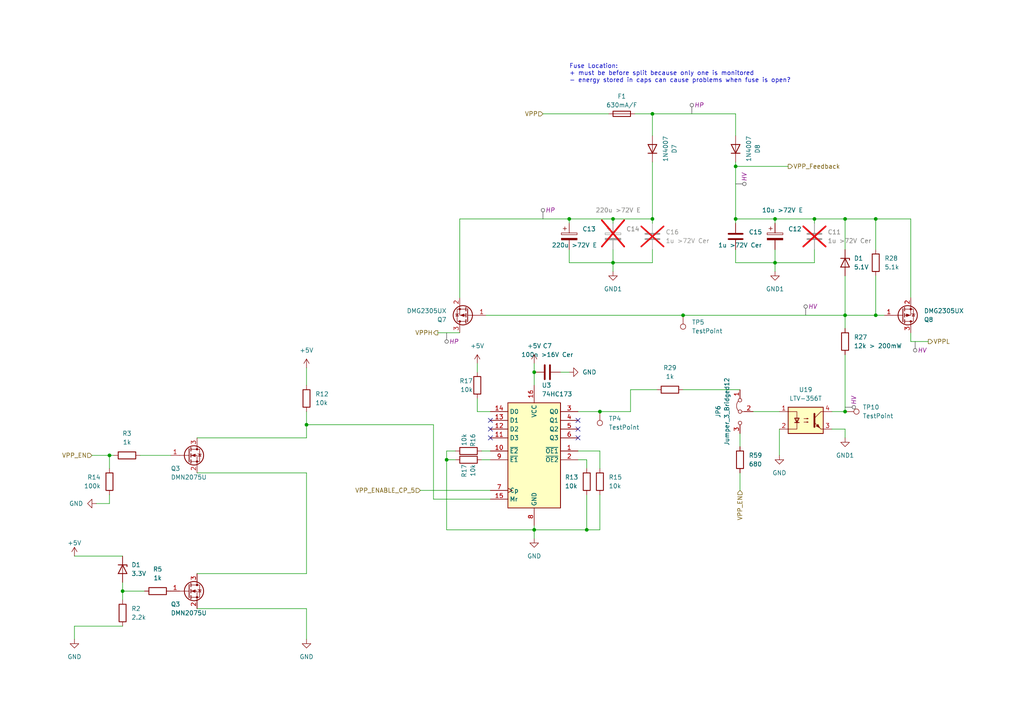
<source format=kicad_sch>
(kicad_sch (version 20230121) (generator eeschema)

  (uuid 24b21c3d-1a95-455e-8a11-2d0b3a7bd7f5)

  (paper "A4")

  (title_block
    (title "Xaar 128 Driver")
    (date "2023-12-04")
    (rev "1.0.0")
  )

  (lib_symbols
    (symbol "Connector:TestPoint" (pin_numbers hide) (pin_names (offset 0.762) hide) (in_bom yes) (on_board yes)
      (property "Reference" "TP" (at 0 6.858 0)
        (effects (font (size 1.27 1.27)))
      )
      (property "Value" "TestPoint" (at 0 5.08 0)
        (effects (font (size 1.27 1.27)))
      )
      (property "Footprint" "" (at 5.08 0 0)
        (effects (font (size 1.27 1.27)) hide)
      )
      (property "Datasheet" "~" (at 5.08 0 0)
        (effects (font (size 1.27 1.27)) hide)
      )
      (property "ki_keywords" "test point tp" (at 0 0 0)
        (effects (font (size 1.27 1.27)) hide)
      )
      (property "ki_description" "test point" (at 0 0 0)
        (effects (font (size 1.27 1.27)) hide)
      )
      (property "ki_fp_filters" "Pin* Test*" (at 0 0 0)
        (effects (font (size 1.27 1.27)) hide)
      )
      (symbol "TestPoint_0_1"
        (circle (center 0 3.302) (radius 0.762)
          (stroke (width 0) (type default))
          (fill (type none))
        )
      )
      (symbol "TestPoint_1_1"
        (pin passive line (at 0 0 90) (length 2.54)
          (name "1" (effects (font (size 1.27 1.27))))
          (number "1" (effects (font (size 1.27 1.27))))
        )
      )
    )
    (symbol "Device:C" (pin_numbers hide) (pin_names (offset 0.254)) (in_bom yes) (on_board yes)
      (property "Reference" "C" (at 0.635 2.54 0)
        (effects (font (size 1.27 1.27)) (justify left))
      )
      (property "Value" "C" (at 0.635 -2.54 0)
        (effects (font (size 1.27 1.27)) (justify left))
      )
      (property "Footprint" "" (at 0.9652 -3.81 0)
        (effects (font (size 1.27 1.27)) hide)
      )
      (property "Datasheet" "~" (at 0 0 0)
        (effects (font (size 1.27 1.27)) hide)
      )
      (property "ki_keywords" "cap capacitor" (at 0 0 0)
        (effects (font (size 1.27 1.27)) hide)
      )
      (property "ki_description" "Unpolarized capacitor" (at 0 0 0)
        (effects (font (size 1.27 1.27)) hide)
      )
      (property "ki_fp_filters" "C_*" (at 0 0 0)
        (effects (font (size 1.27 1.27)) hide)
      )
      (symbol "C_0_1"
        (polyline
          (pts
            (xy -2.032 -0.762)
            (xy 2.032 -0.762)
          )
          (stroke (width 0.508) (type default))
          (fill (type none))
        )
        (polyline
          (pts
            (xy -2.032 0.762)
            (xy 2.032 0.762)
          )
          (stroke (width 0.508) (type default))
          (fill (type none))
        )
      )
      (symbol "C_1_1"
        (pin passive line (at 0 3.81 270) (length 2.794)
          (name "~" (effects (font (size 1.27 1.27))))
          (number "1" (effects (font (size 1.27 1.27))))
        )
        (pin passive line (at 0 -3.81 90) (length 2.794)
          (name "~" (effects (font (size 1.27 1.27))))
          (number "2" (effects (font (size 1.27 1.27))))
        )
      )
    )
    (symbol "Device:C_Polarized" (pin_numbers hide) (pin_names (offset 0.254)) (in_bom yes) (on_board yes)
      (property "Reference" "C" (at 0.635 2.54 0)
        (effects (font (size 1.27 1.27)) (justify left))
      )
      (property "Value" "C_Polarized" (at 0.635 -2.54 0)
        (effects (font (size 1.27 1.27)) (justify left))
      )
      (property "Footprint" "" (at 0.9652 -3.81 0)
        (effects (font (size 1.27 1.27)) hide)
      )
      (property "Datasheet" "~" (at 0 0 0)
        (effects (font (size 1.27 1.27)) hide)
      )
      (property "ki_keywords" "cap capacitor" (at 0 0 0)
        (effects (font (size 1.27 1.27)) hide)
      )
      (property "ki_description" "Polarized capacitor" (at 0 0 0)
        (effects (font (size 1.27 1.27)) hide)
      )
      (property "ki_fp_filters" "CP_*" (at 0 0 0)
        (effects (font (size 1.27 1.27)) hide)
      )
      (symbol "C_Polarized_0_1"
        (rectangle (start -2.286 0.508) (end 2.286 1.016)
          (stroke (width 0) (type default))
          (fill (type none))
        )
        (polyline
          (pts
            (xy -1.778 2.286)
            (xy -0.762 2.286)
          )
          (stroke (width 0) (type default))
          (fill (type none))
        )
        (polyline
          (pts
            (xy -1.27 2.794)
            (xy -1.27 1.778)
          )
          (stroke (width 0) (type default))
          (fill (type none))
        )
        (rectangle (start 2.286 -0.508) (end -2.286 -1.016)
          (stroke (width 0) (type default))
          (fill (type outline))
        )
      )
      (symbol "C_Polarized_1_1"
        (pin passive line (at 0 3.81 270) (length 2.794)
          (name "~" (effects (font (size 1.27 1.27))))
          (number "1" (effects (font (size 1.27 1.27))))
        )
        (pin passive line (at 0 -3.81 90) (length 2.794)
          (name "~" (effects (font (size 1.27 1.27))))
          (number "2" (effects (font (size 1.27 1.27))))
        )
      )
    )
    (symbol "Device:D" (pin_numbers hide) (pin_names (offset 1.016) hide) (in_bom yes) (on_board yes)
      (property "Reference" "D" (at 0 2.54 0)
        (effects (font (size 1.27 1.27)))
      )
      (property "Value" "D" (at 0 -2.54 0)
        (effects (font (size 1.27 1.27)))
      )
      (property "Footprint" "" (at 0 0 0)
        (effects (font (size 1.27 1.27)) hide)
      )
      (property "Datasheet" "~" (at 0 0 0)
        (effects (font (size 1.27 1.27)) hide)
      )
      (property "Sim.Device" "D" (at 0 0 0)
        (effects (font (size 1.27 1.27)) hide)
      )
      (property "Sim.Pins" "1=K 2=A" (at 0 0 0)
        (effects (font (size 1.27 1.27)) hide)
      )
      (property "ki_keywords" "diode" (at 0 0 0)
        (effects (font (size 1.27 1.27)) hide)
      )
      (property "ki_description" "Diode" (at 0 0 0)
        (effects (font (size 1.27 1.27)) hide)
      )
      (property "ki_fp_filters" "TO-???* *_Diode_* *SingleDiode* D_*" (at 0 0 0)
        (effects (font (size 1.27 1.27)) hide)
      )
      (symbol "D_0_1"
        (polyline
          (pts
            (xy -1.27 1.27)
            (xy -1.27 -1.27)
          )
          (stroke (width 0.254) (type default))
          (fill (type none))
        )
        (polyline
          (pts
            (xy 1.27 0)
            (xy -1.27 0)
          )
          (stroke (width 0) (type default))
          (fill (type none))
        )
        (polyline
          (pts
            (xy 1.27 1.27)
            (xy 1.27 -1.27)
            (xy -1.27 0)
            (xy 1.27 1.27)
          )
          (stroke (width 0.254) (type default))
          (fill (type none))
        )
      )
      (symbol "D_1_1"
        (pin passive line (at -3.81 0 0) (length 2.54)
          (name "K" (effects (font (size 1.27 1.27))))
          (number "1" (effects (font (size 1.27 1.27))))
        )
        (pin passive line (at 3.81 0 180) (length 2.54)
          (name "A" (effects (font (size 1.27 1.27))))
          (number "2" (effects (font (size 1.27 1.27))))
        )
      )
    )
    (symbol "Device:D_Zener" (pin_numbers hide) (pin_names (offset 1.016) hide) (in_bom yes) (on_board yes)
      (property "Reference" "D" (at 0 2.54 0)
        (effects (font (size 1.27 1.27)))
      )
      (property "Value" "D_Zener" (at 0 -2.54 0)
        (effects (font (size 1.27 1.27)))
      )
      (property "Footprint" "" (at 0 0 0)
        (effects (font (size 1.27 1.27)) hide)
      )
      (property "Datasheet" "~" (at 0 0 0)
        (effects (font (size 1.27 1.27)) hide)
      )
      (property "ki_keywords" "diode" (at 0 0 0)
        (effects (font (size 1.27 1.27)) hide)
      )
      (property "ki_description" "Zener diode" (at 0 0 0)
        (effects (font (size 1.27 1.27)) hide)
      )
      (property "ki_fp_filters" "TO-???* *_Diode_* *SingleDiode* D_*" (at 0 0 0)
        (effects (font (size 1.27 1.27)) hide)
      )
      (symbol "D_Zener_0_1"
        (polyline
          (pts
            (xy 1.27 0)
            (xy -1.27 0)
          )
          (stroke (width 0) (type default))
          (fill (type none))
        )
        (polyline
          (pts
            (xy -1.27 -1.27)
            (xy -1.27 1.27)
            (xy -0.762 1.27)
          )
          (stroke (width 0.254) (type default))
          (fill (type none))
        )
        (polyline
          (pts
            (xy 1.27 -1.27)
            (xy 1.27 1.27)
            (xy -1.27 0)
            (xy 1.27 -1.27)
          )
          (stroke (width 0.254) (type default))
          (fill (type none))
        )
      )
      (symbol "D_Zener_1_1"
        (pin passive line (at -3.81 0 0) (length 2.54)
          (name "K" (effects (font (size 1.27 1.27))))
          (number "1" (effects (font (size 1.27 1.27))))
        )
        (pin passive line (at 3.81 0 180) (length 2.54)
          (name "A" (effects (font (size 1.27 1.27))))
          (number "2" (effects (font (size 1.27 1.27))))
        )
      )
    )
    (symbol "Device:Fuse" (pin_numbers hide) (pin_names (offset 0)) (in_bom yes) (on_board yes)
      (property "Reference" "F" (at 2.032 0 90)
        (effects (font (size 1.27 1.27)))
      )
      (property "Value" "Fuse" (at -1.905 0 90)
        (effects (font (size 1.27 1.27)))
      )
      (property "Footprint" "" (at -1.778 0 90)
        (effects (font (size 1.27 1.27)) hide)
      )
      (property "Datasheet" "~" (at 0 0 0)
        (effects (font (size 1.27 1.27)) hide)
      )
      (property "ki_keywords" "fuse" (at 0 0 0)
        (effects (font (size 1.27 1.27)) hide)
      )
      (property "ki_description" "Fuse" (at 0 0 0)
        (effects (font (size 1.27 1.27)) hide)
      )
      (property "ki_fp_filters" "*Fuse*" (at 0 0 0)
        (effects (font (size 1.27 1.27)) hide)
      )
      (symbol "Fuse_0_1"
        (rectangle (start -0.762 -2.54) (end 0.762 2.54)
          (stroke (width 0.254) (type default))
          (fill (type none))
        )
        (polyline
          (pts
            (xy 0 2.54)
            (xy 0 -2.54)
          )
          (stroke (width 0) (type default))
          (fill (type none))
        )
      )
      (symbol "Fuse_1_1"
        (pin passive line (at 0 3.81 270) (length 1.27)
          (name "~" (effects (font (size 1.27 1.27))))
          (number "1" (effects (font (size 1.27 1.27))))
        )
        (pin passive line (at 0 -3.81 90) (length 1.27)
          (name "~" (effects (font (size 1.27 1.27))))
          (number "2" (effects (font (size 1.27 1.27))))
        )
      )
    )
    (symbol "Device:R" (pin_numbers hide) (pin_names (offset 0)) (in_bom yes) (on_board yes)
      (property "Reference" "R" (at 2.032 0 90)
        (effects (font (size 1.27 1.27)))
      )
      (property "Value" "R" (at 0 0 90)
        (effects (font (size 1.27 1.27)))
      )
      (property "Footprint" "" (at -1.778 0 90)
        (effects (font (size 1.27 1.27)) hide)
      )
      (property "Datasheet" "~" (at 0 0 0)
        (effects (font (size 1.27 1.27)) hide)
      )
      (property "ki_keywords" "R res resistor" (at 0 0 0)
        (effects (font (size 1.27 1.27)) hide)
      )
      (property "ki_description" "Resistor" (at 0 0 0)
        (effects (font (size 1.27 1.27)) hide)
      )
      (property "ki_fp_filters" "R_*" (at 0 0 0)
        (effects (font (size 1.27 1.27)) hide)
      )
      (symbol "R_0_1"
        (rectangle (start -1.016 -2.54) (end 1.016 2.54)
          (stroke (width 0.254) (type default))
          (fill (type none))
        )
      )
      (symbol "R_1_1"
        (pin passive line (at 0 3.81 270) (length 1.27)
          (name "~" (effects (font (size 1.27 1.27))))
          (number "1" (effects (font (size 1.27 1.27))))
        )
        (pin passive line (at 0 -3.81 90) (length 1.27)
          (name "~" (effects (font (size 1.27 1.27))))
          (number "2" (effects (font (size 1.27 1.27))))
        )
      )
    )
    (symbol "Isolator:LTV-356T" (pin_names (offset 1.016)) (in_bom yes) (on_board yes)
      (property "Reference" "U" (at -5.334 4.826 0)
        (effects (font (size 1.27 1.27)) (justify left))
      )
      (property "Value" "LTV-356T" (at 0 5.08 0)
        (effects (font (size 1.27 1.27)) (justify left))
      )
      (property "Footprint" "Package_SO:SO-4_4.4x3.6mm_P2.54mm" (at -5.08 -5.08 0)
        (effects (font (size 1.27 1.27) italic) (justify left) hide)
      )
      (property "Datasheet" "http://optoelectronics.liteon.com/upload/download/DS70-2001-010/S_110_LTV-356T%2020140520.pdf" (at 0 0 0)
        (effects (font (size 1.27 1.27)) (justify left) hide)
      )
      (property "ki_keywords" "NPN DC Optocoupler" (at 0 0 0)
        (effects (font (size 1.27 1.27)) hide)
      )
      (property "ki_description" "DC Optocoupler, Vce 80V, CTR 50%, SO-4" (at 0 0 0)
        (effects (font (size 1.27 1.27)) hide)
      )
      (property "ki_fp_filters" "SO*4.4x3.6mm*P2.54mm*" (at 0 0 0)
        (effects (font (size 1.27 1.27)) hide)
      )
      (symbol "LTV-356T_0_1"
        (rectangle (start -5.08 3.81) (end 5.08 -3.81)
          (stroke (width 0.254) (type default))
          (fill (type background))
        )
        (polyline
          (pts
            (xy -3.175 -0.635)
            (xy -1.905 -0.635)
          )
          (stroke (width 0.254) (type default))
          (fill (type none))
        )
        (polyline
          (pts
            (xy 2.54 0.635)
            (xy 4.445 2.54)
          )
          (stroke (width 0) (type default))
          (fill (type none))
        )
        (polyline
          (pts
            (xy 4.445 -2.54)
            (xy 2.54 -0.635)
          )
          (stroke (width 0) (type default))
          (fill (type outline))
        )
        (polyline
          (pts
            (xy 4.445 -2.54)
            (xy 5.08 -2.54)
          )
          (stroke (width 0) (type default))
          (fill (type none))
        )
        (polyline
          (pts
            (xy 4.445 2.54)
            (xy 5.08 2.54)
          )
          (stroke (width 0) (type default))
          (fill (type none))
        )
        (polyline
          (pts
            (xy -5.08 2.54)
            (xy -2.54 2.54)
            (xy -2.54 -0.762)
          )
          (stroke (width 0) (type default))
          (fill (type none))
        )
        (polyline
          (pts
            (xy -2.54 -0.635)
            (xy -2.54 -2.54)
            (xy -5.08 -2.54)
          )
          (stroke (width 0) (type default))
          (fill (type none))
        )
        (polyline
          (pts
            (xy 2.54 1.905)
            (xy 2.54 -1.905)
            (xy 2.54 -1.905)
          )
          (stroke (width 0.508) (type default))
          (fill (type none))
        )
        (polyline
          (pts
            (xy -2.54 -0.635)
            (xy -3.175 0.635)
            (xy -1.905 0.635)
            (xy -2.54 -0.635)
          )
          (stroke (width 0.254) (type default))
          (fill (type none))
        )
        (polyline
          (pts
            (xy -0.508 -0.508)
            (xy 0.762 -0.508)
            (xy 0.381 -0.635)
            (xy 0.381 -0.381)
            (xy 0.762 -0.508)
          )
          (stroke (width 0) (type default))
          (fill (type none))
        )
        (polyline
          (pts
            (xy -0.508 0.508)
            (xy 0.762 0.508)
            (xy 0.381 0.381)
            (xy 0.381 0.635)
            (xy 0.762 0.508)
          )
          (stroke (width 0) (type default))
          (fill (type none))
        )
        (polyline
          (pts
            (xy 3.048 -1.651)
            (xy 3.556 -1.143)
            (xy 4.064 -2.159)
            (xy 3.048 -1.651)
            (xy 3.048 -1.651)
          )
          (stroke (width 0) (type default))
          (fill (type outline))
        )
      )
      (symbol "LTV-356T_1_1"
        (pin passive line (at -7.62 2.54 0) (length 2.54)
          (name "~" (effects (font (size 1.27 1.27))))
          (number "1" (effects (font (size 1.27 1.27))))
        )
        (pin passive line (at -7.62 -2.54 0) (length 2.54)
          (name "~" (effects (font (size 1.27 1.27))))
          (number "2" (effects (font (size 1.27 1.27))))
        )
        (pin passive line (at 7.62 -2.54 180) (length 2.54)
          (name "~" (effects (font (size 1.27 1.27))))
          (number "3" (effects (font (size 1.27 1.27))))
        )
        (pin passive line (at 7.62 2.54 180) (length 2.54)
          (name "~" (effects (font (size 1.27 1.27))))
          (number "4" (effects (font (size 1.27 1.27))))
        )
      )
    )
    (symbol "Jumper:Jumper_3_Bridged12" (pin_names (offset 0) hide) (in_bom yes) (on_board yes)
      (property "Reference" "JP" (at -2.54 -2.54 0)
        (effects (font (size 1.27 1.27)))
      )
      (property "Value" "Jumper_3_Bridged12" (at 0 2.794 0)
        (effects (font (size 1.27 1.27)))
      )
      (property "Footprint" "" (at 0 0 0)
        (effects (font (size 1.27 1.27)) hide)
      )
      (property "Datasheet" "~" (at 0 0 0)
        (effects (font (size 1.27 1.27)) hide)
      )
      (property "ki_keywords" "Jumper SPDT" (at 0 0 0)
        (effects (font (size 1.27 1.27)) hide)
      )
      (property "ki_description" "Jumper, 3-pole, pins 1+2 closed/bridged" (at 0 0 0)
        (effects (font (size 1.27 1.27)) hide)
      )
      (property "ki_fp_filters" "Jumper* TestPoint*3Pads* TestPoint*Bridge*" (at 0 0 0)
        (effects (font (size 1.27 1.27)) hide)
      )
      (symbol "Jumper_3_Bridged12_0_0"
        (circle (center -3.302 0) (radius 0.508)
          (stroke (width 0) (type default))
          (fill (type none))
        )
        (circle (center 0 0) (radius 0.508)
          (stroke (width 0) (type default))
          (fill (type none))
        )
        (circle (center 3.302 0) (radius 0.508)
          (stroke (width 0) (type default))
          (fill (type none))
        )
      )
      (symbol "Jumper_3_Bridged12_0_1"
        (arc (start -0.254 0.508) (mid -1.651 0.9912) (end -3.048 0.508)
          (stroke (width 0) (type default))
          (fill (type none))
        )
        (polyline
          (pts
            (xy 0 -1.27)
            (xy 0 -0.508)
          )
          (stroke (width 0) (type default))
          (fill (type none))
        )
      )
      (symbol "Jumper_3_Bridged12_1_1"
        (pin passive line (at -6.35 0 0) (length 2.54)
          (name "A" (effects (font (size 1.27 1.27))))
          (number "1" (effects (font (size 1.27 1.27))))
        )
        (pin passive line (at 0 -3.81 90) (length 2.54)
          (name "C" (effects (font (size 1.27 1.27))))
          (number "2" (effects (font (size 1.27 1.27))))
        )
        (pin passive line (at 6.35 0 180) (length 2.54)
          (name "B" (effects (font (size 1.27 1.27))))
          (number "3" (effects (font (size 1.27 1.27))))
        )
      )
    )
    (symbol "Transistor_FET:DMG2301L" (pin_names hide) (in_bom yes) (on_board yes)
      (property "Reference" "Q" (at 5.08 1.905 0)
        (effects (font (size 1.27 1.27)) (justify left))
      )
      (property "Value" "DMG2301L" (at 5.08 0 0)
        (effects (font (size 1.27 1.27)) (justify left))
      )
      (property "Footprint" "Package_TO_SOT_SMD:SOT-23" (at 5.08 -1.905 0)
        (effects (font (size 1.27 1.27) italic) (justify left) hide)
      )
      (property "Datasheet" "https://www.diodes.com/assets/Datasheets/DMG2301L.pdf" (at 0 0 0)
        (effects (font (size 1.27 1.27)) (justify left) hide)
      )
      (property "ki_keywords" "P-Channel MOSFET" (at 0 0 0)
        (effects (font (size 1.27 1.27)) hide)
      )
      (property "ki_description" "-3A Id, -20V Vds, P-Channel MOSFET, SOT-23" (at 0 0 0)
        (effects (font (size 1.27 1.27)) hide)
      )
      (property "ki_fp_filters" "SOT?23*" (at 0 0 0)
        (effects (font (size 1.27 1.27)) hide)
      )
      (symbol "DMG2301L_0_1"
        (polyline
          (pts
            (xy 0.254 0)
            (xy -2.54 0)
          )
          (stroke (width 0) (type default))
          (fill (type none))
        )
        (polyline
          (pts
            (xy 0.254 1.905)
            (xy 0.254 -1.905)
          )
          (stroke (width 0.254) (type default))
          (fill (type none))
        )
        (polyline
          (pts
            (xy 0.762 -1.27)
            (xy 0.762 -2.286)
          )
          (stroke (width 0.254) (type default))
          (fill (type none))
        )
        (polyline
          (pts
            (xy 0.762 0.508)
            (xy 0.762 -0.508)
          )
          (stroke (width 0.254) (type default))
          (fill (type none))
        )
        (polyline
          (pts
            (xy 0.762 2.286)
            (xy 0.762 1.27)
          )
          (stroke (width 0.254) (type default))
          (fill (type none))
        )
        (polyline
          (pts
            (xy 2.54 2.54)
            (xy 2.54 1.778)
          )
          (stroke (width 0) (type default))
          (fill (type none))
        )
        (polyline
          (pts
            (xy 2.54 -2.54)
            (xy 2.54 0)
            (xy 0.762 0)
          )
          (stroke (width 0) (type default))
          (fill (type none))
        )
        (polyline
          (pts
            (xy 0.762 1.778)
            (xy 3.302 1.778)
            (xy 3.302 -1.778)
            (xy 0.762 -1.778)
          )
          (stroke (width 0) (type default))
          (fill (type none))
        )
        (polyline
          (pts
            (xy 2.286 0)
            (xy 1.27 0.381)
            (xy 1.27 -0.381)
            (xy 2.286 0)
          )
          (stroke (width 0) (type default))
          (fill (type outline))
        )
        (polyline
          (pts
            (xy 2.794 -0.508)
            (xy 2.921 -0.381)
            (xy 3.683 -0.381)
            (xy 3.81 -0.254)
          )
          (stroke (width 0) (type default))
          (fill (type none))
        )
        (polyline
          (pts
            (xy 3.302 -0.381)
            (xy 2.921 0.254)
            (xy 3.683 0.254)
            (xy 3.302 -0.381)
          )
          (stroke (width 0) (type default))
          (fill (type none))
        )
        (circle (center 1.651 0) (radius 2.794)
          (stroke (width 0.254) (type default))
          (fill (type none))
        )
        (circle (center 2.54 -1.778) (radius 0.254)
          (stroke (width 0) (type default))
          (fill (type outline))
        )
        (circle (center 2.54 1.778) (radius 0.254)
          (stroke (width 0) (type default))
          (fill (type outline))
        )
      )
      (symbol "DMG2301L_1_1"
        (pin input line (at -5.08 0 0) (length 2.54)
          (name "G" (effects (font (size 1.27 1.27))))
          (number "1" (effects (font (size 1.27 1.27))))
        )
        (pin passive line (at 2.54 -5.08 90) (length 2.54)
          (name "S" (effects (font (size 1.27 1.27))))
          (number "2" (effects (font (size 1.27 1.27))))
        )
        (pin passive line (at 2.54 5.08 270) (length 2.54)
          (name "D" (effects (font (size 1.27 1.27))))
          (number "3" (effects (font (size 1.27 1.27))))
        )
      )
    )
    (symbol "Transistor_FET:DMN2075U" (pin_names hide) (in_bom yes) (on_board yes)
      (property "Reference" "Q" (at 5.08 1.905 0)
        (effects (font (size 1.27 1.27)) (justify left))
      )
      (property "Value" "DMN2075U" (at 5.08 0 0)
        (effects (font (size 1.27 1.27)) (justify left))
      )
      (property "Footprint" "Package_TO_SOT_SMD:SOT-23" (at 5.08 -1.905 0)
        (effects (font (size 1.27 1.27) italic) (justify left) hide)
      )
      (property "Datasheet" "http://www.diodes.com/assets/Datasheets/DMN2075U.pdf" (at 0 0 0)
        (effects (font (size 1.27 1.27)) (justify left) hide)
      )
      (property "ki_keywords" "N-Channel MOSFET" (at 0 0 0)
        (effects (font (size 1.27 1.27)) hide)
      )
      (property "ki_description" "4.2A Id, 20V Vds, N-Channel MOSFET, SOT-23" (at 0 0 0)
        (effects (font (size 1.27 1.27)) hide)
      )
      (property "ki_fp_filters" "SOT?23*" (at 0 0 0)
        (effects (font (size 1.27 1.27)) hide)
      )
      (symbol "DMN2075U_0_1"
        (polyline
          (pts
            (xy 0.254 0)
            (xy -2.54 0)
          )
          (stroke (width 0) (type default))
          (fill (type none))
        )
        (polyline
          (pts
            (xy 0.254 1.905)
            (xy 0.254 -1.905)
          )
          (stroke (width 0.254) (type default))
          (fill (type none))
        )
        (polyline
          (pts
            (xy 0.762 -1.27)
            (xy 0.762 -2.286)
          )
          (stroke (width 0.254) (type default))
          (fill (type none))
        )
        (polyline
          (pts
            (xy 0.762 0.508)
            (xy 0.762 -0.508)
          )
          (stroke (width 0.254) (type default))
          (fill (type none))
        )
        (polyline
          (pts
            (xy 0.762 2.286)
            (xy 0.762 1.27)
          )
          (stroke (width 0.254) (type default))
          (fill (type none))
        )
        (polyline
          (pts
            (xy 2.54 2.54)
            (xy 2.54 1.778)
          )
          (stroke (width 0) (type default))
          (fill (type none))
        )
        (polyline
          (pts
            (xy 2.54 -2.54)
            (xy 2.54 0)
            (xy 0.762 0)
          )
          (stroke (width 0) (type default))
          (fill (type none))
        )
        (polyline
          (pts
            (xy 0.762 -1.778)
            (xy 3.302 -1.778)
            (xy 3.302 1.778)
            (xy 0.762 1.778)
          )
          (stroke (width 0) (type default))
          (fill (type none))
        )
        (polyline
          (pts
            (xy 1.016 0)
            (xy 2.032 0.381)
            (xy 2.032 -0.381)
            (xy 1.016 0)
          )
          (stroke (width 0) (type default))
          (fill (type outline))
        )
        (polyline
          (pts
            (xy 2.794 0.508)
            (xy 2.921 0.381)
            (xy 3.683 0.381)
            (xy 3.81 0.254)
          )
          (stroke (width 0) (type default))
          (fill (type none))
        )
        (polyline
          (pts
            (xy 3.302 0.381)
            (xy 2.921 -0.254)
            (xy 3.683 -0.254)
            (xy 3.302 0.381)
          )
          (stroke (width 0) (type default))
          (fill (type none))
        )
        (circle (center 1.651 0) (radius 2.794)
          (stroke (width 0.254) (type default))
          (fill (type none))
        )
        (circle (center 2.54 -1.778) (radius 0.254)
          (stroke (width 0) (type default))
          (fill (type outline))
        )
        (circle (center 2.54 1.778) (radius 0.254)
          (stroke (width 0) (type default))
          (fill (type outline))
        )
      )
      (symbol "DMN2075U_1_1"
        (pin input line (at -5.08 0 0) (length 2.54)
          (name "G" (effects (font (size 1.27 1.27))))
          (number "1" (effects (font (size 1.27 1.27))))
        )
        (pin passive line (at 2.54 -5.08 90) (length 2.54)
          (name "S" (effects (font (size 1.27 1.27))))
          (number "2" (effects (font (size 1.27 1.27))))
        )
        (pin passive line (at 2.54 5.08 270) (length 2.54)
          (name "D" (effects (font (size 1.27 1.27))))
          (number "3" (effects (font (size 1.27 1.27))))
        )
      )
    )
    (symbol "Xaar_Driver:74HC173" (in_bom yes) (on_board yes)
      (property "Reference" "U" (at -7.62 16.51 0)
        (effects (font (size 1.27 1.27)))
      )
      (property "Value" "74HC173" (at -7.62 -16.51 0)
        (effects (font (size 1.27 1.27)))
      )
      (property "Footprint" "" (at 0 0 0)
        (effects (font (size 1.27 1.27)) hide)
      )
      (property "Datasheet" "https://docs.rs-online.com/3ca7/0900766b80422bf5.pdf" (at 0 0 0)
        (effects (font (size 1.27 1.27)) hide)
      )
      (property "ki_keywords" "HCMOS DFF DFF4" (at 0 0 0)
        (effects (font (size 1.27 1.27)) hide)
      )
      (property "ki_description" "Quad D-type flip-flop; positive-edge trigger; 3-state" (at 0 0 0)
        (effects (font (size 1.27 1.27)) hide)
      )
      (property "ki_fp_filters" "DIP?20* SO?20* SOIC?20*" (at 0 0 0)
        (effects (font (size 1.27 1.27)) hide)
      )
      (symbol "74HC173_1_0"
        (pin output line (at 12.7 1.27 180) (length 5.08)
          (name "~{OE1}" (effects (font (size 1.27 1.27))))
          (number "1" (effects (font (size 1.27 1.27))))
        )
        (pin input line (at -12.7 1.27 0) (length 5.08)
          (name "~{E2}" (effects (font (size 1.27 1.27))))
          (number "10" (effects (font (size 1.27 1.27))))
        )
        (pin input line (at -12.7 5.08 0) (length 5.08)
          (name "D3" (effects (font (size 1.27 1.27))))
          (number "11" (effects (font (size 1.27 1.27))))
        )
        (pin input line (at -12.7 7.62 0) (length 5.08)
          (name "D2" (effects (font (size 1.27 1.27))))
          (number "12" (effects (font (size 1.27 1.27))))
        )
        (pin input line (at -12.7 10.16 0) (length 5.08)
          (name "D1" (effects (font (size 1.27 1.27))))
          (number "13" (effects (font (size 1.27 1.27))))
        )
        (pin input line (at -12.7 12.7 0) (length 5.08)
          (name "D0" (effects (font (size 1.27 1.27))))
          (number "14" (effects (font (size 1.27 1.27))))
        )
        (pin input line (at -12.7 -12.7 0) (length 5.08)
          (name "Mr" (effects (font (size 1.27 1.27))))
          (number "15" (effects (font (size 1.27 1.27))))
        )
        (pin power_in line (at 0 20.32 270) (length 5.08)
          (name "VCC" (effects (font (size 1.27 1.27))))
          (number "16" (effects (font (size 1.27 1.27))))
        )
        (pin output line (at 12.7 -1.27 180) (length 5.08)
          (name "~{OE2}" (effects (font (size 1.27 1.27))))
          (number "2" (effects (font (size 1.27 1.27))))
        )
        (pin output line (at 12.7 12.7 180) (length 5.08)
          (name "Q0" (effects (font (size 1.27 1.27))))
          (number "3" (effects (font (size 1.27 1.27))))
        )
        (pin output line (at 12.7 10.16 180) (length 5.08)
          (name "Q1" (effects (font (size 1.27 1.27))))
          (number "4" (effects (font (size 1.27 1.27))))
        )
        (pin output line (at 12.7 7.62 180) (length 5.08)
          (name "Q2" (effects (font (size 1.27 1.27))))
          (number "5" (effects (font (size 1.27 1.27))))
        )
        (pin output line (at 12.7 5.08 180) (length 5.08)
          (name "Q3" (effects (font (size 1.27 1.27))))
          (number "6" (effects (font (size 1.27 1.27))))
        )
        (pin input clock (at -12.7 -10.16 0) (length 5.08)
          (name "Cp" (effects (font (size 1.27 1.27))))
          (number "7" (effects (font (size 1.27 1.27))))
        )
        (pin power_in line (at 0 -20.32 90) (length 5.08)
          (name "GND" (effects (font (size 1.27 1.27))))
          (number "8" (effects (font (size 1.27 1.27))))
        )
        (pin input line (at -12.7 -1.27 0) (length 5.08)
          (name "~{E1}" (effects (font (size 1.27 1.27))))
          (number "9" (effects (font (size 1.27 1.27))))
        )
      )
      (symbol "74HC173_1_1"
        (rectangle (start -7.62 15.24) (end 7.62 -15.24)
          (stroke (width 0.254) (type default))
          (fill (type background))
        )
      )
    )
    (symbol "power:+5V" (power) (pin_names (offset 0)) (in_bom yes) (on_board yes)
      (property "Reference" "#PWR" (at 0 -3.81 0)
        (effects (font (size 1.27 1.27)) hide)
      )
      (property "Value" "+5V" (at 0 3.556 0)
        (effects (font (size 1.27 1.27)))
      )
      (property "Footprint" "" (at 0 0 0)
        (effects (font (size 1.27 1.27)) hide)
      )
      (property "Datasheet" "" (at 0 0 0)
        (effects (font (size 1.27 1.27)) hide)
      )
      (property "ki_keywords" "global power" (at 0 0 0)
        (effects (font (size 1.27 1.27)) hide)
      )
      (property "ki_description" "Power symbol creates a global label with name \"+5V\"" (at 0 0 0)
        (effects (font (size 1.27 1.27)) hide)
      )
      (symbol "+5V_0_1"
        (polyline
          (pts
            (xy -0.762 1.27)
            (xy 0 2.54)
          )
          (stroke (width 0) (type default))
          (fill (type none))
        )
        (polyline
          (pts
            (xy 0 0)
            (xy 0 2.54)
          )
          (stroke (width 0) (type default))
          (fill (type none))
        )
        (polyline
          (pts
            (xy 0 2.54)
            (xy 0.762 1.27)
          )
          (stroke (width 0) (type default))
          (fill (type none))
        )
      )
      (symbol "+5V_1_1"
        (pin power_in line (at 0 0 90) (length 0) hide
          (name "+5V" (effects (font (size 1.27 1.27))))
          (number "1" (effects (font (size 1.27 1.27))))
        )
      )
    )
    (symbol "power:GND" (power) (pin_names (offset 0)) (in_bom yes) (on_board yes)
      (property "Reference" "#PWR" (at 0 -6.35 0)
        (effects (font (size 1.27 1.27)) hide)
      )
      (property "Value" "GND" (at 0 -3.81 0)
        (effects (font (size 1.27 1.27)))
      )
      (property "Footprint" "" (at 0 0 0)
        (effects (font (size 1.27 1.27)) hide)
      )
      (property "Datasheet" "" (at 0 0 0)
        (effects (font (size 1.27 1.27)) hide)
      )
      (property "ki_keywords" "global power" (at 0 0 0)
        (effects (font (size 1.27 1.27)) hide)
      )
      (property "ki_description" "Power symbol creates a global label with name \"GND\" , ground" (at 0 0 0)
        (effects (font (size 1.27 1.27)) hide)
      )
      (symbol "GND_0_1"
        (polyline
          (pts
            (xy 0 0)
            (xy 0 -1.27)
            (xy 1.27 -1.27)
            (xy 0 -2.54)
            (xy -1.27 -1.27)
            (xy 0 -1.27)
          )
          (stroke (width 0) (type default))
          (fill (type none))
        )
      )
      (symbol "GND_1_1"
        (pin power_in line (at 0 0 270) (length 0) hide
          (name "GND" (effects (font (size 1.27 1.27))))
          (number "1" (effects (font (size 1.27 1.27))))
        )
      )
    )
    (symbol "power:GND1" (power) (pin_names (offset 0)) (in_bom yes) (on_board yes)
      (property "Reference" "#PWR" (at 0 -6.35 0)
        (effects (font (size 1.27 1.27)) hide)
      )
      (property "Value" "GND1" (at 0 -3.81 0)
        (effects (font (size 1.27 1.27)))
      )
      (property "Footprint" "" (at 0 0 0)
        (effects (font (size 1.27 1.27)) hide)
      )
      (property "Datasheet" "" (at 0 0 0)
        (effects (font (size 1.27 1.27)) hide)
      )
      (property "ki_keywords" "global power" (at 0 0 0)
        (effects (font (size 1.27 1.27)) hide)
      )
      (property "ki_description" "Power symbol creates a global label with name \"GND1\" , ground" (at 0 0 0)
        (effects (font (size 1.27 1.27)) hide)
      )
      (symbol "GND1_0_1"
        (polyline
          (pts
            (xy 0 0)
            (xy 0 -1.27)
            (xy 1.27 -1.27)
            (xy 0 -2.54)
            (xy -1.27 -1.27)
            (xy 0 -1.27)
          )
          (stroke (width 0) (type default))
          (fill (type none))
        )
      )
      (symbol "GND1_1_1"
        (pin power_in line (at 0 0 270) (length 0) hide
          (name "GND1" (effects (font (size 1.27 1.27))))
          (number "1" (effects (font (size 1.27 1.27))))
        )
      )
    )
  )

  (junction (at 254 91.44) (diameter 0) (color 0 0 0 0)
    (uuid 082df88e-46a2-4067-aa24-7c29a57358b9)
  )
  (junction (at 245.11 119.38) (diameter 0) (color 0 0 0 0)
    (uuid 195a05e5-7a7a-4563-a777-554b081acf9c)
  )
  (junction (at 165.1 63.5) (diameter 0) (color 0 0 0 0)
    (uuid 1a28e5ba-425f-4539-92bc-c9926cddf087)
  )
  (junction (at 245.11 91.44) (diameter 0) (color 0 0 0 0)
    (uuid 1a511909-e897-4e1e-b083-bd6302df3fc7)
  )
  (junction (at 224.79 63.5) (diameter 0) (color 0 0 0 0)
    (uuid 1e0f0d9b-f919-46db-ab10-89b66962b5c6)
  )
  (junction (at 88.9 123.19) (diameter 0) (color 0 0 0 0)
    (uuid 1ece1b61-1f40-41ba-bdb2-09f18b541e45)
  )
  (junction (at 198.12 91.44) (diameter 0) (color 0 0 0 0)
    (uuid 2325afb6-e4aa-4999-933d-76ad52b713d4)
  )
  (junction (at 31.75 132.08) (diameter 0) (color 0 0 0 0)
    (uuid 2617ef4e-c6c0-42ad-bccb-b8420adc3c70)
  )
  (junction (at 170.18 153.67) (diameter 0) (color 0 0 0 0)
    (uuid 30700dfe-685a-43ab-b5f4-189d64813ef0)
  )
  (junction (at 236.22 63.5) (diameter 0) (color 0 0 0 0)
    (uuid 329cb43b-4dab-4df8-b73f-fecea5d628d8)
  )
  (junction (at 177.8 63.5) (diameter 0) (color 0 0 0 0)
    (uuid 3b27ea87-cc6e-45e7-9917-1a8c6dbf9ec7)
  )
  (junction (at 224.79 76.2) (diameter 0) (color 0 0 0 0)
    (uuid 61628ada-caef-4f78-b3f7-f391c377fe89)
  )
  (junction (at 129.54 133.35) (diameter 0) (color 0 0 0 0)
    (uuid 71a0dd4e-d1cc-4a44-b399-b755ec674c48)
  )
  (junction (at 173.99 119.38) (diameter 0) (color 0 0 0 0)
    (uuid 8442ae2a-7bad-44fc-b4e7-0a19b9d1f474)
  )
  (junction (at 154.94 107.95) (diameter 0) (color 0 0 0 0)
    (uuid 874a7e99-7d7e-4131-b4eb-bf4db1090fed)
  )
  (junction (at 245.11 63.5) (diameter 0) (color 0 0 0 0)
    (uuid 90a769d6-c33e-4f9c-96d3-46bb2bfe6a73)
  )
  (junction (at 154.94 153.67) (diameter 0) (color 0 0 0 0)
    (uuid b2d81bba-5804-45d9-9c59-e83bfc5b0512)
  )
  (junction (at 213.36 48.26) (diameter 0) (color 0 0 0 0)
    (uuid c0c29da6-7078-4e72-90cb-c9116bb10eb6)
  )
  (junction (at 254 63.5) (diameter 0) (color 0 0 0 0)
    (uuid c5a142b7-da95-4588-bb48-c58117e0c4b2)
  )
  (junction (at 177.8 76.2) (diameter 0) (color 0 0 0 0)
    (uuid c90e7a04-90b4-4df5-8916-0cdb42f974ad)
  )
  (junction (at 35.56 171.45) (diameter 0) (color 0 0 0 0)
    (uuid cd21e537-6b99-48cc-9778-f547dcde32d6)
  )
  (junction (at 189.23 33.02) (diameter 0) (color 0 0 0 0)
    (uuid eb35c9bf-f7ce-470e-b205-712366033a62)
  )
  (junction (at 213.36 63.5) (diameter 0) (color 0 0 0 0)
    (uuid f2005fac-217d-49ba-a36d-aa6309b2dce1)
  )
  (junction (at 189.23 63.5) (diameter 0) (color 0 0 0 0)
    (uuid f2179651-eff1-497a-9989-82652d6f67ab)
  )

  (no_connect (at 167.64 124.46) (uuid 1e04062d-3d0f-428f-85ec-87645608398e))
  (no_connect (at 142.24 121.92) (uuid 1feedcde-439c-4822-af3a-0656ae8614c8))
  (no_connect (at 142.24 127) (uuid 51f24ac6-2b04-49b9-ac78-d449192f1e9c))
  (no_connect (at 167.64 121.92) (uuid 76564490-b7a6-46e9-ab53-bd6a5f89ef1e))
  (no_connect (at 167.64 127) (uuid 7e30012e-45ab-4cec-9d02-d3d401719fd6))
  (no_connect (at 142.24 124.46) (uuid e9f03f61-6e0c-493f-8b3d-d7c7cb02f3cd))

  (wire (pts (xy 121.92 142.24) (xy 142.24 142.24))
    (stroke (width 0) (type default))
    (uuid 0074b737-e32d-45ac-ba5a-254b92985a8f)
  )
  (wire (pts (xy 224.79 72.39) (xy 224.79 76.2))
    (stroke (width 0) (type default))
    (uuid 0357f9c6-2547-4103-be5c-857c78702016)
  )
  (wire (pts (xy 177.8 76.2) (xy 165.1 76.2))
    (stroke (width 0) (type default))
    (uuid 0db9db53-f44a-43bf-89fe-6910d4c442f8)
  )
  (wire (pts (xy 254 91.44) (xy 245.11 91.44))
    (stroke (width 0) (type default))
    (uuid 11116157-989c-49e2-a2c5-b7fbbc58e556)
  )
  (wire (pts (xy 165.1 76.2) (xy 165.1 72.39))
    (stroke (width 0) (type default))
    (uuid 12ad2e0b-be17-4a73-afd1-463fa554329c)
  )
  (wire (pts (xy 214.63 125.73) (xy 214.63 129.54))
    (stroke (width 0) (type default))
    (uuid 17d041f1-e844-4d14-b307-51ec1bed66e6)
  )
  (wire (pts (xy 213.36 63.5) (xy 224.79 63.5))
    (stroke (width 0) (type default))
    (uuid 1abd22d9-2dd9-40f2-96b0-da198a070e89)
  )
  (wire (pts (xy 173.99 135.89) (xy 173.99 130.81))
    (stroke (width 0) (type default))
    (uuid 1b382de1-2e99-4499-b853-934d7b0e3a2c)
  )
  (wire (pts (xy 170.18 143.51) (xy 170.18 153.67))
    (stroke (width 0) (type default))
    (uuid 1b90cfc7-d94e-4983-b312-2da6dc1c70a4)
  )
  (wire (pts (xy 213.36 76.2) (xy 224.79 76.2))
    (stroke (width 0) (type default))
    (uuid 1d4f6da1-d78b-4515-98d5-206166367a3d)
  )
  (wire (pts (xy 226.06 124.46) (xy 226.06 132.08))
    (stroke (width 0) (type default))
    (uuid 2351a2cd-06da-482b-85ad-6014cece1e03)
  )
  (wire (pts (xy 254 80.01) (xy 254 91.44))
    (stroke (width 0) (type default))
    (uuid 2411400a-dfef-40e6-ad4d-4ceca704682a)
  )
  (wire (pts (xy 254 63.5) (xy 254 72.39))
    (stroke (width 0) (type default))
    (uuid 27ae66d1-ce61-40f6-8d17-8d18876a3024)
  )
  (wire (pts (xy 245.11 80.01) (xy 245.11 91.44))
    (stroke (width 0) (type default))
    (uuid 2acf58c8-7276-4e5d-90f1-a82eced12f40)
  )
  (wire (pts (xy 57.15 166.37) (xy 88.9 166.37))
    (stroke (width 0) (type default))
    (uuid 2f8be5a8-d107-4096-af15-a4b27f2edd64)
  )
  (wire (pts (xy 154.94 107.95) (xy 154.94 105.41))
    (stroke (width 0) (type default))
    (uuid 3021501d-5a5f-4707-b28a-e5380b3f17cd)
  )
  (wire (pts (xy 264.16 99.06) (xy 264.16 96.52))
    (stroke (width 0) (type default))
    (uuid 30f2c417-312e-4d65-916f-5aee64d19a2e)
  )
  (wire (pts (xy 213.36 48.26) (xy 228.6 48.26))
    (stroke (width 0) (type default))
    (uuid 3288af1a-c6ca-4da8-98ef-ee7592b85a76)
  )
  (wire (pts (xy 189.23 63.5) (xy 189.23 64.77))
    (stroke (width 0) (type default))
    (uuid 336feb28-242a-40f6-b081-a7f10cade7e9)
  )
  (wire (pts (xy 245.11 63.5) (xy 245.11 72.39))
    (stroke (width 0) (type default))
    (uuid 3651f78a-e9ef-417b-8f67-56e66ab8ce89)
  )
  (wire (pts (xy 177.8 72.39) (xy 177.8 76.2))
    (stroke (width 0) (type default))
    (uuid 3d49d548-7874-440f-a1df-f32faaf7006c)
  )
  (wire (pts (xy 254 63.5) (xy 245.11 63.5))
    (stroke (width 0) (type default))
    (uuid 3ed9937d-efb8-4918-b65d-bfd45e5d3f23)
  )
  (wire (pts (xy 241.3 124.46) (xy 245.11 124.46))
    (stroke (width 0) (type default))
    (uuid 3f15fc1e-fb06-4be9-9242-125e55050f7d)
  )
  (wire (pts (xy 35.56 168.91) (xy 35.56 171.45))
    (stroke (width 0) (type default))
    (uuid 417efe1d-596e-435d-815a-3180b0e5b344)
  )
  (wire (pts (xy 154.94 152.4) (xy 154.94 153.67))
    (stroke (width 0) (type default))
    (uuid 436c077d-da2e-4cf9-8b43-14c6b7918837)
  )
  (wire (pts (xy 224.79 63.5) (xy 224.79 64.77))
    (stroke (width 0) (type default))
    (uuid 43bbacf1-c281-4a2b-b325-4742e18290d1)
  )
  (wire (pts (xy 213.36 63.5) (xy 213.36 64.77))
    (stroke (width 0) (type default))
    (uuid 4519b179-9e72-4595-8e20-053b11de7eab)
  )
  (wire (pts (xy 40.64 132.08) (xy 49.53 132.08))
    (stroke (width 0) (type default))
    (uuid 48a6b3f4-baeb-45db-9fcb-8b85b14cfcdd)
  )
  (wire (pts (xy 177.8 76.2) (xy 177.8 78.74))
    (stroke (width 0) (type default))
    (uuid 4920bcee-388d-4c3e-bb29-55bc76eda8ff)
  )
  (wire (pts (xy 254 63.5) (xy 264.16 63.5))
    (stroke (width 0) (type default))
    (uuid 4a7513ad-80d3-4ee0-89f5-d81a0c27e4dd)
  )
  (wire (pts (xy 213.36 33.02) (xy 189.23 33.02))
    (stroke (width 0) (type default))
    (uuid 4ae230c7-4441-4989-9595-0ab14be6fcbd)
  )
  (wire (pts (xy 31.75 146.05) (xy 31.75 143.51))
    (stroke (width 0) (type default))
    (uuid 4e50d259-80d2-4dcc-a263-9d0657e24af6)
  )
  (wire (pts (xy 140.97 91.44) (xy 198.12 91.44))
    (stroke (width 0) (type default))
    (uuid 50889fc7-e8a4-49bc-950c-8159f23f905f)
  )
  (wire (pts (xy 35.56 171.45) (xy 35.56 173.99))
    (stroke (width 0) (type default))
    (uuid 57743b21-f94e-410f-80b1-a3f60dd3f325)
  )
  (wire (pts (xy 139.7 133.35) (xy 142.24 133.35))
    (stroke (width 0) (type default))
    (uuid 58642869-8e26-4446-81ef-11ac2ee5ea28)
  )
  (wire (pts (xy 213.36 33.02) (xy 213.36 39.37))
    (stroke (width 0) (type default))
    (uuid 5bb764e2-2525-46f3-bc01-48d2c4e4abaa)
  )
  (wire (pts (xy 133.35 63.5) (xy 133.35 86.36))
    (stroke (width 0) (type default))
    (uuid 5cd0ac3a-b7d7-4ae5-91ba-832195b218de)
  )
  (wire (pts (xy 224.79 76.2) (xy 236.22 76.2))
    (stroke (width 0) (type default))
    (uuid 601b5aa8-ca56-4559-b4a8-a941cbeaff97)
  )
  (wire (pts (xy 21.59 161.29) (xy 35.56 161.29))
    (stroke (width 0) (type default))
    (uuid 61438d26-881f-4647-9897-bc9f596ca051)
  )
  (wire (pts (xy 133.35 63.5) (xy 165.1 63.5))
    (stroke (width 0) (type default))
    (uuid 617afbf8-5d7b-427d-b577-30d821c7d46d)
  )
  (wire (pts (xy 198.12 113.03) (xy 214.63 113.03))
    (stroke (width 0) (type default))
    (uuid 61b3e7ff-dac9-4254-b5da-19e91f0b1e3b)
  )
  (wire (pts (xy 218.44 119.38) (xy 226.06 119.38))
    (stroke (width 0) (type default))
    (uuid 6371a01f-6857-49ca-afc6-e41c76b8b98a)
  )
  (wire (pts (xy 182.88 113.03) (xy 190.5 113.03))
    (stroke (width 0) (type default))
    (uuid 66aa1ddc-1332-48ec-b6e5-be0c81527331)
  )
  (wire (pts (xy 224.79 63.5) (xy 236.22 63.5))
    (stroke (width 0) (type default))
    (uuid 6ab58f09-e49d-499c-956f-920ae141da6e)
  )
  (wire (pts (xy 214.63 137.16) (xy 214.63 142.24))
    (stroke (width 0) (type default))
    (uuid 6b304168-14c8-43d7-a116-989428753569)
  )
  (wire (pts (xy 21.59 185.42) (xy 21.59 181.61))
    (stroke (width 0) (type default))
    (uuid 6b80de98-41f9-48d3-a620-9109b1b7ac7f)
  )
  (wire (pts (xy 269.24 99.06) (xy 264.16 99.06))
    (stroke (width 0) (type default))
    (uuid 6b841a4f-75c5-4035-8ae0-d162982a5468)
  )
  (wire (pts (xy 162.56 107.95) (xy 165.1 107.95))
    (stroke (width 0) (type default))
    (uuid 6bf3f7cf-b9e3-4643-929b-af347afbf26b)
  )
  (wire (pts (xy 177.8 63.5) (xy 189.23 63.5))
    (stroke (width 0) (type default))
    (uuid 6ce6585c-1cc0-4271-a2cf-67ec5e682ebb)
  )
  (wire (pts (xy 129.54 130.81) (xy 129.54 133.35))
    (stroke (width 0) (type default))
    (uuid 703d81ed-7b0b-41b5-b32a-f4f97e351d5a)
  )
  (wire (pts (xy 88.9 176.53) (xy 88.9 185.42))
    (stroke (width 0) (type default))
    (uuid 70bb3d70-667d-499a-8f9a-e588fd57e546)
  )
  (wire (pts (xy 224.79 76.2) (xy 224.79 78.74))
    (stroke (width 0) (type default))
    (uuid 70d2fe82-4a4c-44d1-96ce-c03864b1d5ff)
  )
  (wire (pts (xy 138.43 119.38) (xy 138.43 115.57))
    (stroke (width 0) (type default))
    (uuid 72cd1860-22d7-4bf2-b6d8-4d5ccf9e7492)
  )
  (wire (pts (xy 125.73 144.78) (xy 125.73 123.19))
    (stroke (width 0) (type default))
    (uuid 73d31b43-aebd-4815-a8d9-b5a0536e0cdf)
  )
  (wire (pts (xy 213.36 48.26) (xy 213.36 63.5))
    (stroke (width 0) (type default))
    (uuid 7d9b9a18-a72b-461f-985a-580125406d49)
  )
  (wire (pts (xy 173.99 153.67) (xy 170.18 153.67))
    (stroke (width 0) (type default))
    (uuid 810506f4-1e4d-469e-86e5-7c199a60e305)
  )
  (wire (pts (xy 57.15 176.53) (xy 88.9 176.53))
    (stroke (width 0) (type default))
    (uuid 8333126e-c36c-423e-85e2-bcf6ca688cd1)
  )
  (wire (pts (xy 21.59 181.61) (xy 35.56 181.61))
    (stroke (width 0) (type default))
    (uuid 836574ce-efb7-4c27-bcd5-6070dd5f648d)
  )
  (wire (pts (xy 139.7 130.81) (xy 142.24 130.81))
    (stroke (width 0) (type default))
    (uuid 83692bff-1f54-48bf-9c3c-e788513dd752)
  )
  (wire (pts (xy 27.94 146.05) (xy 31.75 146.05))
    (stroke (width 0) (type default))
    (uuid 86b87e16-a5c5-4105-aae9-af9d09789560)
  )
  (wire (pts (xy 182.88 113.03) (xy 182.88 119.38))
    (stroke (width 0) (type default))
    (uuid 88ff0097-8671-416d-9525-8ecd724b1c8b)
  )
  (wire (pts (xy 165.1 63.5) (xy 165.1 64.77))
    (stroke (width 0) (type default))
    (uuid 8cce1c76-4b4c-4c2b-97fe-d6010e911ae6)
  )
  (wire (pts (xy 173.99 130.81) (xy 167.64 130.81))
    (stroke (width 0) (type default))
    (uuid 8f3f8092-c6a9-4a9b-8a86-60647487a77b)
  )
  (wire (pts (xy 138.43 105.41) (xy 138.43 107.95))
    (stroke (width 0) (type default))
    (uuid 9698692d-bf6e-404f-96be-203cf81d4efe)
  )
  (wire (pts (xy 213.36 46.99) (xy 213.36 48.26))
    (stroke (width 0) (type default))
    (uuid 98657e46-6021-4db6-9c7b-ae1ec689c1fe)
  )
  (wire (pts (xy 88.9 137.16) (xy 88.9 166.37))
    (stroke (width 0) (type default))
    (uuid 99737d9e-4361-4017-8135-e10366453f8c)
  )
  (wire (pts (xy 236.22 63.5) (xy 245.11 63.5))
    (stroke (width 0) (type default))
    (uuid 9b256e87-c51b-49c2-818b-005194898105)
  )
  (wire (pts (xy 125.73 123.19) (xy 88.9 123.19))
    (stroke (width 0) (type default))
    (uuid 9bb7dcc3-8b01-4778-9035-c94724f833b9)
  )
  (wire (pts (xy 170.18 135.89) (xy 170.18 133.35))
    (stroke (width 0) (type default))
    (uuid 9beddac1-1da8-4637-84e6-0bf20b37e7d2)
  )
  (wire (pts (xy 170.18 153.67) (xy 154.94 153.67))
    (stroke (width 0) (type default))
    (uuid 9cc21eab-550d-481a-8f9d-4dbd71c6debb)
  )
  (wire (pts (xy 127 96.52) (xy 133.35 96.52))
    (stroke (width 0) (type default))
    (uuid 9e21efe5-a1ab-4872-82cb-50d3806c709c)
  )
  (wire (pts (xy 245.11 91.44) (xy 245.11 95.25))
    (stroke (width 0) (type default))
    (uuid 9f3f55bf-7208-4f82-b4f0-87533ca3255e)
  )
  (wire (pts (xy 57.15 137.16) (xy 88.9 137.16))
    (stroke (width 0) (type default))
    (uuid 9fde7d92-979e-453a-be5d-adfa7b10a1a2)
  )
  (wire (pts (xy 88.9 119.38) (xy 88.9 123.19))
    (stroke (width 0) (type default))
    (uuid a26745a9-ed69-4104-ad49-93b1a559a926)
  )
  (wire (pts (xy 189.23 72.39) (xy 189.23 76.2))
    (stroke (width 0) (type default))
    (uuid a7e49abc-1370-4afd-bf3a-9fdd03153221)
  )
  (wire (pts (xy 173.99 119.38) (xy 182.88 119.38))
    (stroke (width 0) (type default))
    (uuid b1874718-4a22-45b0-b046-73aeb21904b1)
  )
  (wire (pts (xy 184.15 33.02) (xy 189.23 33.02))
    (stroke (width 0) (type default))
    (uuid b1a7bb59-67fe-492e-89c6-d2dd5a5fe984)
  )
  (wire (pts (xy 173.99 143.51) (xy 173.99 153.67))
    (stroke (width 0) (type default))
    (uuid b1e11e16-6ac8-4009-977d-351b16e0d5bd)
  )
  (wire (pts (xy 57.15 127) (xy 88.9 127))
    (stroke (width 0) (type default))
    (uuid b536cd3e-0f8c-446a-890b-e55a61feefe7)
  )
  (wire (pts (xy 213.36 72.39) (xy 213.36 76.2))
    (stroke (width 0) (type default))
    (uuid b68246b5-1ce6-43d6-aa67-40aa5c20d15d)
  )
  (wire (pts (xy 236.22 72.39) (xy 236.22 76.2))
    (stroke (width 0) (type default))
    (uuid b8b64d0b-df20-4627-aedd-8086258dfa19)
  )
  (wire (pts (xy 26.67 132.08) (xy 31.75 132.08))
    (stroke (width 0) (type default))
    (uuid bb3895eb-5ac8-4b1f-acca-a7760a27a1dc)
  )
  (wire (pts (xy 154.94 111.76) (xy 154.94 107.95))
    (stroke (width 0) (type default))
    (uuid be24f66f-d5c4-4164-b3c1-fafed34a912a)
  )
  (wire (pts (xy 245.11 124.46) (xy 245.11 127))
    (stroke (width 0) (type default))
    (uuid be4dd183-0ad2-4b20-a41f-6908b29aa56f)
  )
  (wire (pts (xy 264.16 63.5) (xy 264.16 86.36))
    (stroke (width 0) (type default))
    (uuid be7dd499-2a5c-4af6-86f6-1f93de951f95)
  )
  (wire (pts (xy 177.8 63.5) (xy 177.8 64.77))
    (stroke (width 0) (type default))
    (uuid c2c1105b-1dde-4187-88cb-e57c7c876204)
  )
  (wire (pts (xy 245.11 102.87) (xy 245.11 119.38))
    (stroke (width 0) (type default))
    (uuid c31f6309-a04d-4f63-a4af-fb95716f5d22)
  )
  (wire (pts (xy 198.12 91.44) (xy 245.11 91.44))
    (stroke (width 0) (type default))
    (uuid c439ffbb-763e-4861-ad27-c8b798a2fc44)
  )
  (wire (pts (xy 165.1 63.5) (xy 177.8 63.5))
    (stroke (width 0) (type default))
    (uuid c6527979-5a3e-4947-b17a-8708c6536efc)
  )
  (wire (pts (xy 189.23 33.02) (xy 189.23 39.37))
    (stroke (width 0) (type default))
    (uuid c66d731e-a885-486b-ac8a-3bf1281ede64)
  )
  (wire (pts (xy 167.64 119.38) (xy 173.99 119.38))
    (stroke (width 0) (type default))
    (uuid c9830931-4045-4ed5-8f34-e52fa197a4bb)
  )
  (wire (pts (xy 129.54 133.35) (xy 132.08 133.35))
    (stroke (width 0) (type default))
    (uuid ccdd1add-4550-4432-8f03-0d4be3033cba)
  )
  (wire (pts (xy 189.23 46.99) (xy 189.23 63.5))
    (stroke (width 0) (type default))
    (uuid cd606c61-5693-43af-9be9-10a4b5f5c210)
  )
  (wire (pts (xy 245.11 119.38) (xy 241.3 119.38))
    (stroke (width 0) (type default))
    (uuid cd6713ba-0c7f-4051-9e66-124202286fef)
  )
  (wire (pts (xy 31.75 132.08) (xy 31.75 135.89))
    (stroke (width 0) (type default))
    (uuid cd8459ee-5878-45b6-a72d-f5e1d49ba6ae)
  )
  (wire (pts (xy 31.75 132.08) (xy 33.02 132.08))
    (stroke (width 0) (type default))
    (uuid ce593f27-7fd4-4b63-85c2-3fe7c742c6aa)
  )
  (wire (pts (xy 254 91.44) (xy 256.54 91.44))
    (stroke (width 0) (type default))
    (uuid d1d0937a-79aa-403b-b410-feb818288c5c)
  )
  (wire (pts (xy 236.22 63.5) (xy 236.22 64.77))
    (stroke (width 0) (type default))
    (uuid d344834b-4156-4239-95cb-aaecd2766879)
  )
  (wire (pts (xy 189.23 76.2) (xy 177.8 76.2))
    (stroke (width 0) (type default))
    (uuid d3745ad4-a33f-4ae1-8bac-add0d15719f5)
  )
  (wire (pts (xy 35.56 171.45) (xy 41.91 171.45))
    (stroke (width 0) (type default))
    (uuid d451875a-3074-4125-a817-607f2d19737f)
  )
  (wire (pts (xy 154.94 153.67) (xy 154.94 156.21))
    (stroke (width 0) (type default))
    (uuid d8fbf008-1cfd-4013-a086-0261741f42c4)
  )
  (wire (pts (xy 170.18 133.35) (xy 167.64 133.35))
    (stroke (width 0) (type default))
    (uuid df224601-6786-485b-a549-0de3e7b8e3b4)
  )
  (wire (pts (xy 142.24 144.78) (xy 125.73 144.78))
    (stroke (width 0) (type default))
    (uuid df377163-b6bf-4b1f-a419-10509df0db95)
  )
  (wire (pts (xy 88.9 106.68) (xy 88.9 111.76))
    (stroke (width 0) (type default))
    (uuid e6acd4a9-1289-47c8-9a47-dd564b7d4c12)
  )
  (wire (pts (xy 157.48 33.02) (xy 176.53 33.02))
    (stroke (width 0) (type default))
    (uuid eed92fea-7b8f-4cfb-81c0-7423db71a5cd)
  )
  (wire (pts (xy 129.54 153.67) (xy 129.54 133.35))
    (stroke (width 0) (type default))
    (uuid f38296db-5d65-45cb-89b0-33414825d339)
  )
  (wire (pts (xy 142.24 119.38) (xy 138.43 119.38))
    (stroke (width 0) (type default))
    (uuid f3cae876-2aef-4db1-be9f-df7ad6396509)
  )
  (wire (pts (xy 88.9 123.19) (xy 88.9 127))
    (stroke (width 0) (type default))
    (uuid f49ad9a6-769b-4c42-95fa-902bc6126688)
  )
  (wire (pts (xy 129.54 130.81) (xy 132.08 130.81))
    (stroke (width 0) (type default))
    (uuid f774d674-ecf3-4914-b586-8e54f0b99fea)
  )
  (wire (pts (xy 154.94 153.67) (xy 129.54 153.67))
    (stroke (width 0) (type default))
    (uuid fb25c6c4-028e-436d-8fc7-4ad0a97575a2)
  )

  (text "Fuse Location:\n+ must be before split because only one is monitored\n- energy stored in caps can cause problems when fuse is open?"
    (at 165.1 24.13 0)
    (effects (font (size 1.27 1.27)) (justify left bottom))
    (uuid 98a5e23e-79c3-4411-b185-ed0d58ee5baf)
  )

  (hierarchical_label "VPP_EN" (shape input) (at 26.67 132.08 180) (fields_autoplaced)
    (effects (font (size 1.27 1.27)) (justify right))
    (uuid 170e0e12-db8f-4723-9af6-03eeb71fc522)
  )
  (hierarchical_label "VPP" (shape input) (at 157.48 33.02 180) (fields_autoplaced)
    (effects (font (size 1.27 1.27)) (justify right))
    (uuid 52707a26-c93f-4423-a5c2-01441d703d77)
  )
  (hierarchical_label "VPP_ENABLE_CP_5" (shape input) (at 121.92 142.24 180) (fields_autoplaced)
    (effects (font (size 1.27 1.27)) (justify right))
    (uuid a3116a6c-cf46-4800-9d2f-2f6275ec0233)
  )
  (hierarchical_label "VPP_Feedback" (shape output) (at 228.6 48.26 0) (fields_autoplaced)
    (effects (font (size 1.27 1.27)) (justify left))
    (uuid abeea494-8421-4026-a7df-55fe3bb3ae3b)
  )
  (hierarchical_label "VPP_EN" (shape input) (at 214.63 142.24 270) (fields_autoplaced)
    (effects (font (size 1.27 1.27)) (justify right))
    (uuid b7077bf4-7dee-42ba-a4cb-4573354fb535)
  )
  (hierarchical_label "VPPH" (shape output) (at 127 96.52 180) (fields_autoplaced)
    (effects (font (size 1.27 1.27)) (justify right))
    (uuid c0f67e2b-bb4f-4ced-a928-0dc417d3ad31)
  )
  (hierarchical_label "VPPL" (shape output) (at 269.24 99.06 0) (fields_autoplaced)
    (effects (font (size 1.27 1.27)) (justify left))
    (uuid cca9fcd0-508b-4232-aa30-33ff23652a01)
  )

  (netclass_flag "" (length 2.54) (shape round) (at 265.43 99.06 180) (fields_autoplaced)
    (effects (font (size 1.27 1.27)) (justify right bottom))
    (uuid 137174ae-4043-437f-be2c-5136fdb2b970)
    (property "Netclass" "HV" (at 266.1285 101.6 0)
      (effects (font (size 1.27 1.27) italic) (justify left))
    )
  )
  (netclass_flag "" (length 2.54) (shape round) (at 213.36 53.34 270) (fields_autoplaced)
    (effects (font (size 1.27 1.27)) (justify right bottom))
    (uuid 14cb7e4f-6700-46f5-878c-c5df8463810e)
    (property "Netclass" "HV" (at 215.9 52.6415 90)
      (effects (font (size 1.27 1.27) italic) (justify left))
    )
  )
  (netclass_flag "" (length 2.54) (shape round) (at 157.48 63.5 0) (fields_autoplaced)
    (effects (font (size 1.27 1.27)) (justify left bottom))
    (uuid 200e6062-6595-4b2e-82cb-e32c97d0b71c)
    (property "Netclass" "HP" (at 158.1785 60.96 0)
      (effects (font (size 1.27 1.27) italic) (justify left))
    )
  )
  (netclass_flag "" (length 2.54) (shape round) (at 129.54 96.52 180) (fields_autoplaced)
    (effects (font (size 1.27 1.27)) (justify right bottom))
    (uuid 9e703049-7f9a-486c-82a4-cb5773a16009)
    (property "Netclass" "HP" (at 130.2385 99.06 0)
      (effects (font (size 1.27 1.27) italic) (justify left))
    )
  )
  (netclass_flag "" (length 2.54) (shape round) (at 245.11 118.11 270) (fields_autoplaced)
    (effects (font (size 1.27 1.27)) (justify right bottom))
    (uuid af8d3c81-6582-490a-9867-29b8eac7c7df)
    (property "Netclass" "HV" (at 247.65 117.4115 90)
      (effects (font (size 1.27 1.27) italic) (justify left))
    )
  )
  (netclass_flag "" (length 2.54) (shape round) (at 233.68 91.44 0) (fields_autoplaced)
    (effects (font (size 1.27 1.27)) (justify left bottom))
    (uuid afeca165-75cb-48cf-bd84-8aaff56bfef7)
    (property "Netclass" "HV" (at 234.3785 88.9 0)
      (effects (font (size 1.27 1.27) italic) (justify left))
    )
  )
  (netclass_flag "" (length 2.54) (shape round) (at 200.66 33.02 0) (fields_autoplaced)
    (effects (font (size 1.27 1.27)) (justify left bottom))
    (uuid c6f065bf-3c46-4c79-be0d-62ed90099229)
    (property "Netclass" "HP" (at 201.3585 30.48 0)
      (effects (font (size 1.27 1.27) italic) (justify left))
    )
  )

  (symbol (lib_id "Device:C") (at 213.36 68.58 0) (unit 1)
    (in_bom yes) (on_board yes) (dnp no)
    (uuid 00c4ffa3-31c1-4789-815a-9236564ed66c)
    (property "Reference" "C15" (at 217.17 67.31 0)
      (effects (font (size 1.27 1.27)) (justify left))
    )
    (property "Value" "1u >72V Cer" (at 208.28 71.12 0)
      (effects (font (size 1.27 1.27)) (justify left))
    )
    (property "Footprint" "Capacitor_SMD:C_0805_2012Metric_Pad1.18x1.45mm_HandSolder" (at 214.3252 72.39 0)
      (effects (font (size 1.27 1.27)) hide)
    )
    (property "Datasheet" "~" (at 213.36 68.58 0)
      (effects (font (size 1.27 1.27)) hide)
    )
    (property "RSBestNr" "788-3054" (at 213.36 68.58 0)
      (effects (font (size 1.27 1.27)) hide)
    )
    (property "Supplier" "RS" (at 213.36 68.58 0)
      (effects (font (size 1.27 1.27)) hide)
    )
    (pin "1" (uuid 3558f4b5-3642-4125-8383-d0d1dacbd179))
    (pin "2" (uuid ec063b37-bf2e-49a4-be5d-35de3dd8879f))
    (instances
      (project "Xaar128-Driver"
        (path "/f0c82013-03f9-4093-aa02-30b89fd69529/1b3c0a7f-2f11-4b02-93de-b1cd5fa046f0"
          (reference "C15") (unit 1)
        )
      )
    )
  )

  (symbol (lib_id "Device:R") (at 135.89 130.81 270) (unit 1)
    (in_bom yes) (on_board yes) (dnp no)
    (uuid 02fd6397-e7a3-42a8-b68d-68ef07585f62)
    (property "Reference" "R16" (at 137.16 125.73 0)
      (effects (font (size 1.27 1.27)) (justify left))
    )
    (property "Value" "10k" (at 134.62 125.73 0)
      (effects (font (size 1.27 1.27)) (justify left))
    )
    (property "Footprint" "Resistor_SMD:R_0603_1608Metric_Pad0.98x0.95mm_HandSolder" (at 135.89 129.032 90)
      (effects (font (size 1.27 1.27)) hide)
    )
    (property "Datasheet" "~" (at 135.89 130.81 0)
      (effects (font (size 1.27 1.27)) hide)
    )
    (property "RSBestNr" "" (at 135.89 130.81 0)
      (effects (font (size 1.27 1.27)) hide)
    )
    (property "Supplier" "Elektroplatz" (at 135.89 130.81 0)
      (effects (font (size 1.27 1.27)) hide)
    )
    (pin "1" (uuid 732d68c3-5597-4599-81fd-1eafbf845eb8))
    (pin "2" (uuid 6abcc071-45d0-4482-bb66-debe3f8d4e43))
    (instances
      (project "Xaar128-Driver"
        (path "/f0c82013-03f9-4093-aa02-30b89fd69529"
          (reference "R16") (unit 1)
        )
        (path "/f0c82013-03f9-4093-aa02-30b89fd69529/7aab5eaf-cd9d-4ebb-9d08-de265e07412e"
          (reference "R14") (unit 1)
        )
        (path "/f0c82013-03f9-4093-aa02-30b89fd69529/1b3c0a7f-2f11-4b02-93de-b1cd5fa046f0"
          (reference "R21") (unit 1)
        )
      )
    )
  )

  (symbol (lib_id "Device:C") (at 189.23 68.58 0) (unit 1)
    (in_bom yes) (on_board yes) (dnp yes) (fields_autoplaced)
    (uuid 18d36c88-78bb-4a46-96ce-3f83041ab9c6)
    (property "Reference" "C16" (at 193.04 67.31 0)
      (effects (font (size 1.27 1.27)) (justify left))
    )
    (property "Value" "1u >72V Cer" (at 193.04 69.85 0)
      (effects (font (size 1.27 1.27)) (justify left))
    )
    (property "Footprint" "Capacitor_SMD:C_0805_2012Metric_Pad1.18x1.45mm_HandSolder" (at 190.1952 72.39 0)
      (effects (font (size 1.27 1.27)) hide)
    )
    (property "Datasheet" "~" (at 189.23 68.58 0)
      (effects (font (size 1.27 1.27)) hide)
    )
    (property "RSBestNr" "788-3054" (at 189.23 68.58 0)
      (effects (font (size 1.27 1.27)) hide)
    )
    (property "Supplier" "RS" (at 189.23 68.58 0)
      (effects (font (size 1.27 1.27)) hide)
    )
    (pin "1" (uuid bd6cb2de-5c88-48ba-a959-355e4d803ae4))
    (pin "2" (uuid b907d19e-5dc2-4f36-979b-0d21286cf292))
    (instances
      (project "Xaar128-Driver"
        (path "/f0c82013-03f9-4093-aa02-30b89fd69529/1b3c0a7f-2f11-4b02-93de-b1cd5fa046f0"
          (reference "C16") (unit 1)
        )
      )
    )
  )

  (symbol (lib_id "power:GND") (at 27.94 146.05 270) (mirror x) (unit 1)
    (in_bom yes) (on_board yes) (dnp no) (fields_autoplaced)
    (uuid 19e43c37-5341-4ac9-9ac2-6c754a3f47f0)
    (property "Reference" "#PWR05" (at 21.59 146.05 0)
      (effects (font (size 1.27 1.27)) hide)
    )
    (property "Value" "GND" (at 24.13 146.05 90)
      (effects (font (size 1.27 1.27)) (justify right))
    )
    (property "Footprint" "" (at 27.94 146.05 0)
      (effects (font (size 1.27 1.27)) hide)
    )
    (property "Datasheet" "" (at 27.94 146.05 0)
      (effects (font (size 1.27 1.27)) hide)
    )
    (pin "1" (uuid e4b944d9-2d71-438b-808a-582542d634fb))
    (instances
      (project "Xaar128-Driver"
        (path "/f0c82013-03f9-4093-aa02-30b89fd69529"
          (reference "#PWR05") (unit 1)
        )
        (path "/f0c82013-03f9-4093-aa02-30b89fd69529/7aab5eaf-cd9d-4ebb-9d08-de265e07412e"
          (reference "#PWR076") (unit 1)
        )
        (path "/f0c82013-03f9-4093-aa02-30b89fd69529/1b3c0a7f-2f11-4b02-93de-b1cd5fa046f0"
          (reference "#PWR0109") (unit 1)
        )
      )
    )
  )

  (symbol (lib_id "Device:R") (at 135.89 133.35 270) (unit 1)
    (in_bom yes) (on_board yes) (dnp no)
    (uuid 1e176f5c-2489-49af-8378-40162a349632)
    (property "Reference" "R17" (at 134.62 134.62 0)
      (effects (font (size 1.27 1.27)) (justify left))
    )
    (property "Value" "10k" (at 137.16 134.62 0)
      (effects (font (size 1.27 1.27)) (justify left))
    )
    (property "Footprint" "Resistor_SMD:R_0603_1608Metric_Pad0.98x0.95mm_HandSolder" (at 135.89 131.572 90)
      (effects (font (size 1.27 1.27)) hide)
    )
    (property "Datasheet" "~" (at 135.89 133.35 0)
      (effects (font (size 1.27 1.27)) hide)
    )
    (property "RSBestNr" "" (at 135.89 133.35 0)
      (effects (font (size 1.27 1.27)) hide)
    )
    (property "Supplier" "Elektroplatz" (at 135.89 133.35 0)
      (effects (font (size 1.27 1.27)) hide)
    )
    (pin "1" (uuid e2b6017c-4af5-487d-960c-cf39ef369fdc))
    (pin "2" (uuid 1db8c031-c878-46bf-a71d-1273a36a71de))
    (instances
      (project "Xaar128-Driver"
        (path "/f0c82013-03f9-4093-aa02-30b89fd69529"
          (reference "R17") (unit 1)
        )
        (path "/f0c82013-03f9-4093-aa02-30b89fd69529/7aab5eaf-cd9d-4ebb-9d08-de265e07412e"
          (reference "R15") (unit 1)
        )
        (path "/f0c82013-03f9-4093-aa02-30b89fd69529/1b3c0a7f-2f11-4b02-93de-b1cd5fa046f0"
          (reference "R44") (unit 1)
        )
      )
    )
  )

  (symbol (lib_id "Device:R") (at 31.75 139.7 0) (unit 1)
    (in_bom yes) (on_board yes) (dnp no) (fields_autoplaced)
    (uuid 23190fe8-7f47-482c-b4d2-8c4a278de4fb)
    (property "Reference" "R14" (at 29.21 138.43 0)
      (effects (font (size 1.27 1.27)) (justify right))
    )
    (property "Value" "100k" (at 29.21 140.97 0)
      (effects (font (size 1.27 1.27)) (justify right))
    )
    (property "Footprint" "Resistor_SMD:R_0603_1608Metric_Pad0.98x0.95mm_HandSolder" (at 29.972 139.7 90)
      (effects (font (size 1.27 1.27)) hide)
    )
    (property "Datasheet" "~" (at 31.75 139.7 0)
      (effects (font (size 1.27 1.27)) hide)
    )
    (property "RSBestNr" "678-9673" (at 31.75 139.7 0)
      (effects (font (size 1.27 1.27)) hide)
    )
    (property "Supplier" "RS" (at 31.75 139.7 0)
      (effects (font (size 1.27 1.27)) hide)
    )
    (pin "1" (uuid 1eb29af8-c1b8-48ed-b5bf-cfdc717b369a))
    (pin "2" (uuid 86507db6-e42c-4c00-a00b-bf8bd5e10066))
    (instances
      (project "Xaar128-Driver"
        (path "/f0c82013-03f9-4093-aa02-30b89fd69529"
          (reference "R14") (unit 1)
        )
        (path "/f0c82013-03f9-4093-aa02-30b89fd69529/7aab5eaf-cd9d-4ebb-9d08-de265e07412e"
          (reference "R11") (unit 1)
        )
        (path "/f0c82013-03f9-4093-aa02-30b89fd69529/1b3c0a7f-2f11-4b02-93de-b1cd5fa046f0"
          (reference "R56") (unit 1)
        )
      )
    )
  )

  (symbol (lib_id "power:GND1") (at 245.11 127 0) (unit 1)
    (in_bom yes) (on_board yes) (dnp no) (fields_autoplaced)
    (uuid 25d989a1-3cfd-44b6-a3e1-ebbf6355fc78)
    (property "Reference" "#PWR043" (at 245.11 133.35 0)
      (effects (font (size 1.27 1.27)) hide)
    )
    (property "Value" "GND1" (at 245.11 132.08 0)
      (effects (font (size 1.27 1.27)))
    )
    (property "Footprint" "" (at 245.11 127 0)
      (effects (font (size 1.27 1.27)) hide)
    )
    (property "Datasheet" "" (at 245.11 127 0)
      (effects (font (size 1.27 1.27)) hide)
    )
    (pin "1" (uuid 57267145-024f-4cc5-bac2-14029901c83b))
    (instances
      (project "Xaar128-Driver"
        (path "/f0c82013-03f9-4093-aa02-30b89fd69529/1b3c0a7f-2f11-4b02-93de-b1cd5fa046f0"
          (reference "#PWR043") (unit 1)
        )
      )
    )
  )

  (symbol (lib_id "Device:C_Polarized") (at 165.1 68.58 0) (unit 1)
    (in_bom yes) (on_board yes) (dnp no)
    (uuid 2b674c38-de59-48d6-ad58-d2168f89db61)
    (property "Reference" "C13" (at 168.91 66.421 0)
      (effects (font (size 1.27 1.27)) (justify left))
    )
    (property "Value" "220u >72V E" (at 160.02 71.12 0)
      (effects (font (size 1.27 1.27)) (justify left))
    )
    (property "Footprint" "Capacitor_THT:CP_Radial_D13.0mm_P5.00mm" (at 166.0652 72.39 0)
      (effects (font (size 1.27 1.27)) hide)
    )
    (property "Datasheet" "~" (at 165.1 68.58 0)
      (effects (font (size 1.27 1.27)) hide)
    )
    (property "RSBestNr" "170-1289" (at 165.1 68.58 0)
      (effects (font (size 1.27 1.27)) hide)
    )
    (property "Supplier" "RS" (at 165.1 68.58 0)
      (effects (font (size 1.27 1.27)) hide)
    )
    (pin "1" (uuid 81794529-8092-43d0-8867-6c0b4e577baf))
    (pin "2" (uuid cead4672-6b73-4624-ad54-59c746c1fc81))
    (instances
      (project "Xaar128-Driver"
        (path "/f0c82013-03f9-4093-aa02-30b89fd69529/1b3c0a7f-2f11-4b02-93de-b1cd5fa046f0"
          (reference "C13") (unit 1)
        )
      )
    )
  )

  (symbol (lib_id "Device:D") (at 189.23 43.18 90) (unit 1)
    (in_bom yes) (on_board yes) (dnp no) (fields_autoplaced)
    (uuid 2c9d99d2-43a4-43fe-a115-0638d8659a46)
    (property "Reference" "D7" (at 195.58 43.18 0)
      (effects (font (size 1.27 1.27)))
    )
    (property "Value" "1N4007" (at 193.04 43.18 0)
      (effects (font (size 1.27 1.27)))
    )
    (property "Footprint" "Diode_THT:D_DO-41_SOD81_P10.16mm_Horizontal" (at 189.23 43.18 0)
      (effects (font (size 1.27 1.27)) hide)
    )
    (property "Datasheet" "~" (at 189.23 43.18 0)
      (effects (font (size 1.27 1.27)) hide)
    )
    (property "Sim.Device" "D" (at 189.23 43.18 0)
      (effects (font (size 1.27 1.27)) hide)
    )
    (property "Sim.Pins" "1=K 2=A" (at 189.23 43.18 0)
      (effects (font (size 1.27 1.27)) hide)
    )
    (property "RSBestNr" "" (at 189.23 43.18 0)
      (effects (font (size 1.27 1.27)) hide)
    )
    (property "Supplier" "Elektroplatz" (at 189.23 43.18 0)
      (effects (font (size 1.27 1.27)) hide)
    )
    (pin "1" (uuid 84ec1dc1-2da8-4191-a3ba-a16b058d010c))
    (pin "2" (uuid 9e0a73d2-7cc4-4128-a098-e14b3d3332ce))
    (instances
      (project "Xaar128-Driver"
        (path "/f0c82013-03f9-4093-aa02-30b89fd69529/1b3c0a7f-2f11-4b02-93de-b1cd5fa046f0"
          (reference "D7") (unit 1)
        )
      )
    )
  )

  (symbol (lib_id "power:GND1") (at 177.8 78.74 0) (unit 1)
    (in_bom yes) (on_board yes) (dnp no) (fields_autoplaced)
    (uuid 2cabea9d-5746-4b80-ac5b-ae352f150029)
    (property "Reference" "#PWR0113" (at 177.8 85.09 0)
      (effects (font (size 1.27 1.27)) hide)
    )
    (property "Value" "GND1" (at 177.8 83.82 0)
      (effects (font (size 1.27 1.27)))
    )
    (property "Footprint" "" (at 177.8 78.74 0)
      (effects (font (size 1.27 1.27)) hide)
    )
    (property "Datasheet" "" (at 177.8 78.74 0)
      (effects (font (size 1.27 1.27)) hide)
    )
    (pin "1" (uuid 08fa028a-a22c-4d80-80a4-052a44ef2bc4))
    (instances
      (project "Xaar128-Driver"
        (path "/f0c82013-03f9-4093-aa02-30b89fd69529/1b3c0a7f-2f11-4b02-93de-b1cd5fa046f0"
          (reference "#PWR0113") (unit 1)
        )
      )
    )
  )

  (symbol (lib_id "Xaar_Driver:74HC173") (at 154.94 132.08 0) (unit 1)
    (in_bom yes) (on_board yes) (dnp no) (fields_autoplaced)
    (uuid 32556cdc-7176-400b-9c49-acfdba5ad4bd)
    (property "Reference" "U3" (at 157.1341 111.76 0)
      (effects (font (size 1.27 1.27)) (justify left))
    )
    (property "Value" "74HC173" (at 157.1341 114.3 0)
      (effects (font (size 1.27 1.27)) (justify left))
    )
    (property "Footprint" "Package_SO:SO-16_3.9x9.9mm_P1.27mm" (at 154.94 132.08 0)
      (effects (font (size 1.27 1.27)) hide)
    )
    (property "Datasheet" "https://docs.rs-online.com/3ca7/0900766b80422bf5.pdf" (at 154.94 132.08 0)
      (effects (font (size 1.27 1.27)) hide)
    )
    (property "RSBestNr" "483-6443" (at 154.94 132.08 0)
      (effects (font (size 1.27 1.27)) hide)
    )
    (property "Supplier" "RS" (at 154.94 132.08 0)
      (effects (font (size 1.27 1.27)) hide)
    )
    (pin "1" (uuid e0abd5bf-2130-44bb-bcb3-94b0ca4ef1b3))
    (pin "10" (uuid 0f4c8973-45a7-4815-86df-7c65c45ac6f6))
    (pin "11" (uuid 276fb8ea-9d81-49b9-b3d8-72870151bb27))
    (pin "12" (uuid db02469a-937f-4a88-ac0c-8ee50415d4b3))
    (pin "13" (uuid 037dd118-ab5c-4de5-90d3-91e0739cd68a))
    (pin "14" (uuid 591d7e23-7710-40ce-a4da-d52cf80c50d6))
    (pin "15" (uuid 8ea743d0-dc49-477e-98ac-f57c3bf2f461))
    (pin "16" (uuid 1f7762ea-c3de-4d8f-a5a7-6288d625e19e))
    (pin "2" (uuid 909ca8bc-1d3d-4f07-bda3-8edd91feea26))
    (pin "3" (uuid aa22bb35-6fb4-4f70-88fa-278b5266bc70))
    (pin "4" (uuid a34742a4-58d4-40af-ac87-c9b65269a60d))
    (pin "5" (uuid 29685de9-cc86-4011-81a2-49f636146c7d))
    (pin "6" (uuid d72b14f6-937d-4d87-8b6f-97156fa39c5c))
    (pin "7" (uuid 58c75ef9-56e5-4a36-a8d7-092d86d85b2c))
    (pin "8" (uuid e9c858f6-2355-452a-9868-1a650dd3f062))
    (pin "9" (uuid 9104daf9-a805-4010-b023-aaf325efd93b))
    (instances
      (project "Xaar128-Driver"
        (path "/f0c82013-03f9-4093-aa02-30b89fd69529"
          (reference "U3") (unit 1)
        )
        (path "/f0c82013-03f9-4093-aa02-30b89fd69529/7aab5eaf-cd9d-4ebb-9d08-de265e07412e"
          (reference "U3") (unit 1)
        )
        (path "/f0c82013-03f9-4093-aa02-30b89fd69529/1b3c0a7f-2f11-4b02-93de-b1cd5fa046f0"
          (reference "U21") (unit 1)
        )
      )
    )
  )

  (symbol (lib_id "Transistor_FET:DMN2075U") (at 54.61 132.08 0) (unit 1)
    (in_bom yes) (on_board yes) (dnp no)
    (uuid 337746ed-937b-42d4-af42-f98cb880658c)
    (property "Reference" "Q3" (at 49.53 135.89 0)
      (effects (font (size 1.27 1.27)) (justify left))
    )
    (property "Value" "DMN2075U" (at 49.53 138.43 0)
      (effects (font (size 1.27 1.27)) (justify left))
    )
    (property "Footprint" "Package_TO_SOT_SMD:SOT-23" (at 59.69 133.985 0)
      (effects (font (size 1.27 1.27) italic) (justify left) hide)
    )
    (property "Datasheet" "http://www.diodes.com/assets/Datasheets/DMN2075U.pdf" (at 54.61 132.08 0)
      (effects (font (size 1.27 1.27)) (justify left) hide)
    )
    (property "RSBestNr" "751-4143" (at 54.61 132.08 0)
      (effects (font (size 1.27 1.27)) hide)
    )
    (property "Supplier" "RS" (at 54.61 132.08 0)
      (effects (font (size 1.27 1.27)) hide)
    )
    (pin "1" (uuid b98d3f27-9e93-4eb9-b57b-e0682199da25))
    (pin "2" (uuid c0928dcf-e903-4342-a8f0-751866ac424e))
    (pin "3" (uuid 740457f9-0c96-45ff-bc38-84d50510f2d3))
    (instances
      (project "Xaar128-Driver"
        (path "/f0c82013-03f9-4093-aa02-30b89fd69529"
          (reference "Q3") (unit 1)
        )
        (path "/f0c82013-03f9-4093-aa02-30b89fd69529/7aab5eaf-cd9d-4ebb-9d08-de265e07412e"
          (reference "Q3") (unit 1)
        )
        (path "/f0c82013-03f9-4093-aa02-30b89fd69529/1b3c0a7f-2f11-4b02-93de-b1cd5fa046f0"
          (reference "Q4") (unit 1)
        )
      )
    )
  )

  (symbol (lib_id "power:+5V") (at 88.9 106.68 0) (unit 1)
    (in_bom yes) (on_board yes) (dnp no) (fields_autoplaced)
    (uuid 3b2a8e4b-f425-4c1b-9104-47f097dc2487)
    (property "Reference" "#PWR08" (at 88.9 110.49 0)
      (effects (font (size 1.27 1.27)) hide)
    )
    (property "Value" "+5V" (at 88.9 101.6 0)
      (effects (font (size 1.27 1.27)))
    )
    (property "Footprint" "" (at 88.9 106.68 0)
      (effects (font (size 1.27 1.27)) hide)
    )
    (property "Datasheet" "" (at 88.9 106.68 0)
      (effects (font (size 1.27 1.27)) hide)
    )
    (pin "1" (uuid 5d2cc96b-0ecc-4d00-a9a7-d9f5dccfcd1e))
    (instances
      (project "Xaar128-Driver"
        (path "/f0c82013-03f9-4093-aa02-30b89fd69529"
          (reference "#PWR08") (unit 1)
        )
        (path "/f0c82013-03f9-4093-aa02-30b89fd69529/7aab5eaf-cd9d-4ebb-9d08-de265e07412e"
          (reference "#PWR07") (unit 1)
        )
        (path "/f0c82013-03f9-4093-aa02-30b89fd69529/1b3c0a7f-2f11-4b02-93de-b1cd5fa046f0"
          (reference "#PWR0108") (unit 1)
        )
      )
    )
  )

  (symbol (lib_id "power:+5V") (at 154.94 105.41 0) (unit 1)
    (in_bom yes) (on_board yes) (dnp no)
    (uuid 3de4a9fc-0a5d-4205-ad31-43dc324c31cc)
    (property "Reference" "#PWR010" (at 154.94 109.22 0)
      (effects (font (size 1.27 1.27)) hide)
    )
    (property "Value" "+5V" (at 154.94 100.33 0)
      (effects (font (size 1.27 1.27)))
    )
    (property "Footprint" "" (at 154.94 105.41 0)
      (effects (font (size 1.27 1.27)) hide)
    )
    (property "Datasheet" "" (at 154.94 105.41 0)
      (effects (font (size 1.27 1.27)) hide)
    )
    (pin "1" (uuid f6e9df7d-9365-4950-a34a-799cfb013a73))
    (instances
      (project "Xaar128-Driver"
        (path "/f0c82013-03f9-4093-aa02-30b89fd69529"
          (reference "#PWR010") (unit 1)
        )
        (path "/f0c82013-03f9-4093-aa02-30b89fd69529/7aab5eaf-cd9d-4ebb-9d08-de265e07412e"
          (reference "#PWR09") (unit 1)
        )
        (path "/f0c82013-03f9-4093-aa02-30b89fd69529/1b3c0a7f-2f11-4b02-93de-b1cd5fa046f0"
          (reference "#PWR0105") (unit 1)
        )
      )
    )
  )

  (symbol (lib_id "Transistor_FET:DMN2075U") (at 54.61 171.45 0) (unit 1)
    (in_bom yes) (on_board yes) (dnp no)
    (uuid 4cae4442-0cb5-4e9e-823c-bca2617b5571)
    (property "Reference" "Q3" (at 49.53 175.26 0)
      (effects (font (size 1.27 1.27)) (justify left))
    )
    (property "Value" "DMN2075U" (at 49.53 177.8 0)
      (effects (font (size 1.27 1.27)) (justify left))
    )
    (property "Footprint" "Package_TO_SOT_SMD:SOT-23" (at 59.69 173.355 0)
      (effects (font (size 1.27 1.27) italic) (justify left) hide)
    )
    (property "Datasheet" "http://www.diodes.com/assets/Datasheets/DMN2075U.pdf" (at 54.61 171.45 0)
      (effects (font (size 1.27 1.27)) (justify left) hide)
    )
    (property "RSBestNr" "751-4143" (at 54.61 171.45 0)
      (effects (font (size 1.27 1.27)) hide)
    )
    (property "Supplier" "RS" (at 54.61 171.45 0)
      (effects (font (size 1.27 1.27)) hide)
    )
    (pin "1" (uuid db1ef6b2-003f-4412-9eae-61b452802c45))
    (pin "2" (uuid 4509e02c-742d-4550-8f81-98ccdd78ebb5))
    (pin "3" (uuid 090e3d72-19da-448d-bf86-ad3c9f1b05df))
    (instances
      (project "Xaar128-Driver"
        (path "/f0c82013-03f9-4093-aa02-30b89fd69529"
          (reference "Q3") (unit 1)
        )
        (path "/f0c82013-03f9-4093-aa02-30b89fd69529/7aab5eaf-cd9d-4ebb-9d08-de265e07412e"
          (reference "Q3") (unit 1)
        )
        (path "/f0c82013-03f9-4093-aa02-30b89fd69529/1b3c0a7f-2f11-4b02-93de-b1cd5fa046f0"
          (reference "Q5") (unit 1)
        )
      )
    )
  )

  (symbol (lib_id "Device:R") (at 214.63 133.35 180) (unit 1)
    (in_bom yes) (on_board yes) (dnp no) (fields_autoplaced)
    (uuid 4ee7a79f-b72b-48af-b0a3-32745d7e2b6f)
    (property "Reference" "R59" (at 217.17 132.08 0)
      (effects (font (size 1.27 1.27)) (justify right))
    )
    (property "Value" "680" (at 217.17 134.62 0)
      (effects (font (size 1.27 1.27)) (justify right))
    )
    (property "Footprint" "Resistor_SMD:R_0603_1608Metric_Pad0.98x0.95mm_HandSolder" (at 216.408 133.35 90)
      (effects (font (size 1.27 1.27)) hide)
    )
    (property "Datasheet" "~" (at 214.63 133.35 0)
      (effects (font (size 1.27 1.27)) hide)
    )
    (property "RSBestNr" "679-0627" (at 214.63 133.35 0)
      (effects (font (size 1.27 1.27)) hide)
    )
    (property "Supplier" "RS" (at 214.63 133.35 0)
      (effects (font (size 1.27 1.27)) hide)
    )
    (pin "1" (uuid 4962dad5-4bef-4380-9e25-011ef7c03391))
    (pin "2" (uuid 46bf2e18-cab4-426f-9eed-837ff464acbf))
    (instances
      (project "Xaar128-Driver"
        (path "/f0c82013-03f9-4093-aa02-30b89fd69529/1b3c0a7f-2f11-4b02-93de-b1cd5fa046f0"
          (reference "R59") (unit 1)
        )
      )
    )
  )

  (symbol (lib_id "Device:C_Polarized") (at 177.8 68.58 0) (unit 1)
    (in_bom yes) (on_board yes) (dnp yes)
    (uuid 4f0eab86-03ac-4109-8d61-f388b8c88283)
    (property "Reference" "C14" (at 181.61 66.421 0)
      (effects (font (size 1.27 1.27)) (justify left))
    )
    (property "Value" "220u >72V E" (at 172.72 60.96 0)
      (effects (font (size 1.27 1.27)) (justify left))
    )
    (property "Footprint" "Capacitor_THT:CP_Radial_D13.0mm_P5.00mm" (at 178.7652 72.39 0)
      (effects (font (size 1.27 1.27)) hide)
    )
    (property "Datasheet" "~" (at 177.8 68.58 0)
      (effects (font (size 1.27 1.27)) hide)
    )
    (property "RSBestNr" "170-1289" (at 177.8 68.58 0)
      (effects (font (size 1.27 1.27)) hide)
    )
    (property "Supplier" "RS" (at 177.8 68.58 0)
      (effects (font (size 1.27 1.27)) hide)
    )
    (pin "1" (uuid d1300c8a-6345-4e9d-aca7-fe1b44bb47db))
    (pin "2" (uuid 92155e90-f0cb-437a-a9b4-174cb497df26))
    (instances
      (project "Xaar128-Driver"
        (path "/f0c82013-03f9-4093-aa02-30b89fd69529/1b3c0a7f-2f11-4b02-93de-b1cd5fa046f0"
          (reference "C14") (unit 1)
        )
      )
    )
  )

  (symbol (lib_id "Transistor_FET:DMG2301L") (at 261.62 91.44 0) (mirror x) (unit 1)
    (in_bom yes) (on_board yes) (dnp no)
    (uuid 542297a0-d9d6-4678-9687-7f5dd81fb2e5)
    (property "Reference" "Q8" (at 267.97 92.71 0)
      (effects (font (size 1.27 1.27)) (justify left))
    )
    (property "Value" "DMG2305UX" (at 267.97 90.17 0)
      (effects (font (size 1.27 1.27)) (justify left))
    )
    (property "Footprint" "Package_TO_SOT_SMD:SOT-23" (at 266.7 89.535 0)
      (effects (font (size 1.27 1.27) italic) (justify left) hide)
    )
    (property "Datasheet" "https://www.diodes.com/assets/Datasheets/DMG2301L.pdf" (at 261.62 91.44 0)
      (effects (font (size 1.27 1.27)) (justify left) hide)
    )
    (property "RSBestNr" "827-0452" (at 261.62 91.44 0)
      (effects (font (size 1.27 1.27)) hide)
    )
    (property "Supplier" "RS" (at 261.62 91.44 0)
      (effects (font (size 1.27 1.27)) hide)
    )
    (pin "1" (uuid dce65a97-b37d-4df8-805e-c319c1d77012))
    (pin "2" (uuid 619344fb-e2f6-47ad-a768-3f076ba14382))
    (pin "3" (uuid affcad21-acce-4298-9c82-ce46b64655de))
    (instances
      (project "Xaar128-Driver"
        (path "/f0c82013-03f9-4093-aa02-30b89fd69529/1b3c0a7f-2f11-4b02-93de-b1cd5fa046f0"
          (reference "Q8") (unit 1)
        )
      )
    )
  )

  (symbol (lib_id "Device:R") (at 45.72 171.45 90) (unit 1)
    (in_bom yes) (on_board yes) (dnp no) (fields_autoplaced)
    (uuid 5594b159-8a62-4b96-bab6-113804e228ac)
    (property "Reference" "R5" (at 45.72 165.1 90)
      (effects (font (size 1.27 1.27)))
    )
    (property "Value" "1k" (at 45.72 167.64 90)
      (effects (font (size 1.27 1.27)))
    )
    (property "Footprint" "Resistor_SMD:R_0603_1608Metric_Pad0.98x0.95mm_HandSolder" (at 45.72 173.228 90)
      (effects (font (size 1.27 1.27)) hide)
    )
    (property "Datasheet" "~" (at 45.72 171.45 0)
      (effects (font (size 1.27 1.27)) hide)
    )
    (property "RSBestNr" "678-9875" (at 45.72 171.45 0)
      (effects (font (size 1.27 1.27)) hide)
    )
    (property "Supplier" "RS" (at 45.72 171.45 0)
      (effects (font (size 1.27 1.27)) hide)
    )
    (pin "1" (uuid ca5e815f-def5-4ca8-a226-27dd94d902df))
    (pin "2" (uuid 5c0c7be4-f4d1-4366-996c-e8781bb0a34e))
    (instances
      (project "Xaar128-Driver"
        (path "/f0c82013-03f9-4093-aa02-30b89fd69529"
          (reference "R5") (unit 1)
        )
        (path "/f0c82013-03f9-4093-aa02-30b89fd69529/7aab5eaf-cd9d-4ebb-9d08-de265e07412e"
          (reference "R7") (unit 1)
        )
        (path "/f0c82013-03f9-4093-aa02-30b89fd69529/1b3c0a7f-2f11-4b02-93de-b1cd5fa046f0"
          (reference "R58") (unit 1)
        )
      )
    )
  )

  (symbol (lib_id "power:+5V") (at 138.43 105.41 0) (unit 1)
    (in_bom yes) (on_board yes) (dnp no) (fields_autoplaced)
    (uuid 5ab29495-7622-4be9-824f-5c84565c7a12)
    (property "Reference" "#PWR08" (at 138.43 109.22 0)
      (effects (font (size 1.27 1.27)) hide)
    )
    (property "Value" "+5V" (at 138.43 100.33 0)
      (effects (font (size 1.27 1.27)))
    )
    (property "Footprint" "" (at 138.43 105.41 0)
      (effects (font (size 1.27 1.27)) hide)
    )
    (property "Datasheet" "" (at 138.43 105.41 0)
      (effects (font (size 1.27 1.27)) hide)
    )
    (pin "1" (uuid 8bcc801a-a754-4aa1-876b-187a80691283))
    (instances
      (project "Xaar128-Driver"
        (path "/f0c82013-03f9-4093-aa02-30b89fd69529"
          (reference "#PWR08") (unit 1)
        )
        (path "/f0c82013-03f9-4093-aa02-30b89fd69529/7aab5eaf-cd9d-4ebb-9d08-de265e07412e"
          (reference "#PWR075") (unit 1)
        )
        (path "/f0c82013-03f9-4093-aa02-30b89fd69529/1b3c0a7f-2f11-4b02-93de-b1cd5fa046f0"
          (reference "#PWR0104") (unit 1)
        )
      )
    )
  )

  (symbol (lib_id "Device:D_Zener") (at 245.11 76.2 270) (unit 1)
    (in_bom yes) (on_board yes) (dnp no) (fields_autoplaced)
    (uuid 5b3faef3-5a3e-4a43-915d-3af6a24d1fcf)
    (property "Reference" "D1" (at 247.65 74.93 90)
      (effects (font (size 1.27 1.27)) (justify left))
    )
    (property "Value" "5.1V" (at 247.65 77.47 90)
      (effects (font (size 1.27 1.27)) (justify left))
    )
    (property "Footprint" "Diode_THT:D_DO-35_SOD27_P7.62mm_Horizontal" (at 245.11 76.2 0)
      (effects (font (size 1.27 1.27)) hide)
    )
    (property "Datasheet" "~" (at 245.11 76.2 0)
      (effects (font (size 1.27 1.27)) hide)
    )
    (property "RSBestNr" "" (at 245.11 76.2 0)
      (effects (font (size 1.27 1.27)) hide)
    )
    (property "Supplier" "Elektroplatz" (at 245.11 76.2 0)
      (effects (font (size 1.27 1.27)) hide)
    )
    (pin "1" (uuid 341b7815-666a-4b0a-a67c-9cb2698aaa31))
    (pin "2" (uuid 865854b3-2094-4905-800f-45a73a44b355))
    (instances
      (project "Xaar128-Driver"
        (path "/f0c82013-03f9-4093-aa02-30b89fd69529"
          (reference "D1") (unit 1)
        )
        (path "/f0c82013-03f9-4093-aa02-30b89fd69529/7aab5eaf-cd9d-4ebb-9d08-de265e07412e"
          (reference "D1") (unit 1)
        )
        (path "/f0c82013-03f9-4093-aa02-30b89fd69529/1b3c0a7f-2f11-4b02-93de-b1cd5fa046f0"
          (reference "D9") (unit 1)
        )
      )
    )
  )

  (symbol (lib_id "power:GND1") (at 224.79 78.74 0) (unit 1)
    (in_bom yes) (on_board yes) (dnp no) (fields_autoplaced)
    (uuid 63b1f6b7-8e24-40b9-a63d-1e46b098469f)
    (property "Reference" "#PWR045" (at 224.79 85.09 0)
      (effects (font (size 1.27 1.27)) hide)
    )
    (property "Value" "GND1" (at 224.79 83.82 0)
      (effects (font (size 1.27 1.27)))
    )
    (property "Footprint" "" (at 224.79 78.74 0)
      (effects (font (size 1.27 1.27)) hide)
    )
    (property "Datasheet" "" (at 224.79 78.74 0)
      (effects (font (size 1.27 1.27)) hide)
    )
    (pin "1" (uuid 3ee92132-ab63-499b-9a35-e80b471674a1))
    (instances
      (project "Xaar128-Driver"
        (path "/f0c82013-03f9-4093-aa02-30b89fd69529/1b3c0a7f-2f11-4b02-93de-b1cd5fa046f0"
          (reference "#PWR045") (unit 1)
        )
      )
    )
  )

  (symbol (lib_id "Device:R") (at 36.83 132.08 90) (unit 1)
    (in_bom yes) (on_board yes) (dnp no) (fields_autoplaced)
    (uuid 6541168f-cc9c-4fde-8153-b4f48a29c288)
    (property "Reference" "R3" (at 36.83 125.73 90)
      (effects (font (size 1.27 1.27)))
    )
    (property "Value" "1k" (at 36.83 128.27 90)
      (effects (font (size 1.27 1.27)))
    )
    (property "Footprint" "Resistor_SMD:R_0603_1608Metric_Pad0.98x0.95mm_HandSolder" (at 36.83 133.858 90)
      (effects (font (size 1.27 1.27)) hide)
    )
    (property "Datasheet" "~" (at 36.83 132.08 0)
      (effects (font (size 1.27 1.27)) hide)
    )
    (property "RSBestNr" "678-9875" (at 36.83 132.08 0)
      (effects (font (size 1.27 1.27)) hide)
    )
    (property "Supplier" "RS" (at 36.83 132.08 0)
      (effects (font (size 1.27 1.27)) hide)
    )
    (pin "1" (uuid f1a4dcfc-3d72-46e4-9431-803791318d2e))
    (pin "2" (uuid b84f6f81-0f91-4768-be19-fc304fee9d9f))
    (instances
      (project "Xaar128-Driver"
        (path "/f0c82013-03f9-4093-aa02-30b89fd69529"
          (reference "R3") (unit 1)
        )
        (path "/f0c82013-03f9-4093-aa02-30b89fd69529/7aab5eaf-cd9d-4ebb-9d08-de265e07412e"
          (reference "R12") (unit 1)
        )
        (path "/f0c82013-03f9-4093-aa02-30b89fd69529/1b3c0a7f-2f11-4b02-93de-b1cd5fa046f0"
          (reference "R55") (unit 1)
        )
      )
    )
  )

  (symbol (lib_id "Device:R") (at 170.18 139.7 0) (unit 1)
    (in_bom yes) (on_board yes) (dnp no)
    (uuid 681e55e1-5e2f-4771-98e1-dbbe91140794)
    (property "Reference" "R13" (at 163.83 138.43 0)
      (effects (font (size 1.27 1.27)) (justify left))
    )
    (property "Value" "10k" (at 163.83 140.97 0)
      (effects (font (size 1.27 1.27)) (justify left))
    )
    (property "Footprint" "Resistor_SMD:R_0603_1608Metric_Pad0.98x0.95mm_HandSolder" (at 168.402 139.7 90)
      (effects (font (size 1.27 1.27)) hide)
    )
    (property "Datasheet" "~" (at 170.18 139.7 0)
      (effects (font (size 1.27 1.27)) hide)
    )
    (property "RSBestNr" "" (at 170.18 139.7 0)
      (effects (font (size 1.27 1.27)) hide)
    )
    (property "Supplier" "Elektroplatz" (at 170.18 139.7 0)
      (effects (font (size 1.27 1.27)) hide)
    )
    (pin "1" (uuid a2ad3464-9257-4629-a364-f5a80cc30715))
    (pin "2" (uuid d438f734-1aad-40ca-9e90-5613bed510fb))
    (instances
      (project "Xaar128-Driver"
        (path "/f0c82013-03f9-4093-aa02-30b89fd69529"
          (reference "R13") (unit 1)
        )
        (path "/f0c82013-03f9-4093-aa02-30b89fd69529/7aab5eaf-cd9d-4ebb-9d08-de265e07412e"
          (reference "R16") (unit 1)
        )
        (path "/f0c82013-03f9-4093-aa02-30b89fd69529/1b3c0a7f-2f11-4b02-93de-b1cd5fa046f0"
          (reference "R51") (unit 1)
        )
      )
    )
  )

  (symbol (lib_id "Device:R") (at 173.99 139.7 0) (unit 1)
    (in_bom yes) (on_board yes) (dnp no) (fields_autoplaced)
    (uuid 7798f2be-7673-4fa9-9fd3-0ebc1d21b11a)
    (property "Reference" "R15" (at 176.53 138.43 0)
      (effects (font (size 1.27 1.27)) (justify left))
    )
    (property "Value" "10k" (at 176.53 140.97 0)
      (effects (font (size 1.27 1.27)) (justify left))
    )
    (property "Footprint" "Resistor_SMD:R_0603_1608Metric_Pad0.98x0.95mm_HandSolder" (at 172.212 139.7 90)
      (effects (font (size 1.27 1.27)) hide)
    )
    (property "Datasheet" "~" (at 173.99 139.7 0)
      (effects (font (size 1.27 1.27)) hide)
    )
    (property "RSBestNr" "" (at 173.99 139.7 0)
      (effects (font (size 1.27 1.27)) hide)
    )
    (property "Supplier" "Elektroplatz" (at 173.99 139.7 0)
      (effects (font (size 1.27 1.27)) hide)
    )
    (pin "1" (uuid ad060a2e-ee1f-4d37-9ff2-b164266e823b))
    (pin "2" (uuid e806fd48-3d06-4ff8-b7f4-6227a2e05036))
    (instances
      (project "Xaar128-Driver"
        (path "/f0c82013-03f9-4093-aa02-30b89fd69529"
          (reference "R15") (unit 1)
        )
        (path "/f0c82013-03f9-4093-aa02-30b89fd69529/7aab5eaf-cd9d-4ebb-9d08-de265e07412e"
          (reference "R17") (unit 1)
        )
        (path "/f0c82013-03f9-4093-aa02-30b89fd69529/1b3c0a7f-2f11-4b02-93de-b1cd5fa046f0"
          (reference "R52") (unit 1)
        )
      )
    )
  )

  (symbol (lib_id "Device:C") (at 236.22 68.58 0) (unit 1)
    (in_bom yes) (on_board yes) (dnp yes)
    (uuid 7e085f28-f6b8-4737-8788-ac56ad391c35)
    (property "Reference" "C11" (at 240.03 67.31 0)
      (effects (font (size 1.27 1.27)) (justify left))
    )
    (property "Value" "1u >72V Cer" (at 240.03 69.85 0)
      (effects (font (size 1.27 1.27)) (justify left))
    )
    (property "Footprint" "Capacitor_SMD:C_0805_2012Metric_Pad1.18x1.45mm_HandSolder" (at 237.1852 72.39 0)
      (effects (font (size 1.27 1.27)) hide)
    )
    (property "Datasheet" "~" (at 236.22 68.58 0)
      (effects (font (size 1.27 1.27)) hide)
    )
    (property "RSBestNr" "788-3054" (at 236.22 68.58 0)
      (effects (font (size 1.27 1.27)) hide)
    )
    (property "Supplier" "RS" (at 236.22 68.58 0)
      (effects (font (size 1.27 1.27)) hide)
    )
    (pin "1" (uuid d07c5f95-39b4-4c11-ad28-7764726e060c))
    (pin "2" (uuid fc3a9e74-aa5c-4775-a16d-82c2dd0be5e8))
    (instances
      (project "Xaar128-Driver"
        (path "/f0c82013-03f9-4093-aa02-30b89fd69529/1b3c0a7f-2f11-4b02-93de-b1cd5fa046f0"
          (reference "C11") (unit 1)
        )
      )
    )
  )

  (symbol (lib_id "Transistor_FET:DMG2301L") (at 135.89 91.44 180) (unit 1)
    (in_bom yes) (on_board yes) (dnp no)
    (uuid 80ec1fd4-9fcc-4eca-bcee-5972e6957df2)
    (property "Reference" "Q7" (at 129.54 92.71 0)
      (effects (font (size 1.27 1.27)) (justify left))
    )
    (property "Value" "DMG2305UX" (at 129.54 90.17 0)
      (effects (font (size 1.27 1.27)) (justify left))
    )
    (property "Footprint" "Package_TO_SOT_SMD:SOT-23" (at 130.81 89.535 0)
      (effects (font (size 1.27 1.27) italic) (justify left) hide)
    )
    (property "Datasheet" "https://www.diodes.com/assets/Datasheets/DMG2301L.pdf" (at 135.89 91.44 0)
      (effects (font (size 1.27 1.27)) (justify left) hide)
    )
    (property "RSBestNr" "827-0452" (at 135.89 91.44 0)
      (effects (font (size 1.27 1.27)) hide)
    )
    (property "Supplier" "RS" (at 135.89 91.44 0)
      (effects (font (size 1.27 1.27)) hide)
    )
    (pin "1" (uuid 3a0faf55-9ec8-4147-a5c7-fdc95e9b8d8d))
    (pin "2" (uuid 04703e2e-783f-4172-ba3b-3471a687fa8c))
    (pin "3" (uuid 2d4703e7-95ed-4380-a795-ea59342f44e0))
    (instances
      (project "Xaar128-Driver"
        (path "/f0c82013-03f9-4093-aa02-30b89fd69529/1b3c0a7f-2f11-4b02-93de-b1cd5fa046f0"
          (reference "Q7") (unit 1)
        )
      )
    )
  )

  (symbol (lib_id "Device:R") (at 254 76.2 0) (unit 1)
    (in_bom yes) (on_board yes) (dnp no) (fields_autoplaced)
    (uuid 8282424b-5d0b-4ae4-b141-186edfdc9c70)
    (property "Reference" "R28" (at 256.54 74.93 0)
      (effects (font (size 1.27 1.27)) (justify left))
    )
    (property "Value" "5.1k" (at 256.54 77.47 0)
      (effects (font (size 1.27 1.27)) (justify left))
    )
    (property "Footprint" "Resistor_SMD:R_0603_1608Metric_Pad0.98x0.95mm_HandSolder" (at 252.222 76.2 90)
      (effects (font (size 1.27 1.27)) hide)
    )
    (property "Datasheet" "~" (at 254 76.2 0)
      (effects (font (size 1.27 1.27)) hide)
    )
    (property "RSBestNr" "198-5552" (at 254 76.2 0)
      (effects (font (size 1.27 1.27)) hide)
    )
    (property "Supplier" "RS" (at 254 76.2 0)
      (effects (font (size 1.27 1.27)) hide)
    )
    (pin "1" (uuid 09e7da7a-7163-4603-89a3-82e49d94f1fc))
    (pin "2" (uuid 40ea9db1-a6b5-4a03-a40e-a50c47b19cf7))
    (instances
      (project "Xaar128-Driver"
        (path "/f0c82013-03f9-4093-aa02-30b89fd69529/1b3c0a7f-2f11-4b02-93de-b1cd5fa046f0"
          (reference "R28") (unit 1)
        )
      )
    )
  )

  (symbol (lib_id "Connector:TestPoint") (at 245.11 119.38 270) (unit 1)
    (in_bom yes) (on_board yes) (dnp no) (fields_autoplaced)
    (uuid 8b6f0927-4e31-4ace-ad30-dda600b73fc3)
    (property "Reference" "TP10" (at 250.19 118.11 90)
      (effects (font (size 1.27 1.27)) (justify left))
    )
    (property "Value" "TestPoint" (at 250.19 120.65 90)
      (effects (font (size 1.27 1.27)) (justify left))
    )
    (property "Footprint" "Xaar-Driver:TestPoint_Pad_D1.5mm" (at 245.11 124.46 0)
      (effects (font (size 1.27 1.27)) hide)
    )
    (property "Datasheet" "~" (at 245.11 124.46 0)
      (effects (font (size 1.27 1.27)) hide)
    )
    (property "RSBestNr" "" (at 245.11 119.38 0)
      (effects (font (size 1.27 1.27)) hide)
    )
    (property "Supplier" "None" (at 245.11 119.38 0)
      (effects (font (size 1.27 1.27)) hide)
    )
    (property "Funktion" "U19_C" (at 245.11 119.38 0)
      (effects (font (size 1.27 1.27)) hide)
    )
    (pin "1" (uuid bfd9ccbb-33da-47a4-86fb-422413fc9689))
    (instances
      (project "Xaar128-Driver"
        (path "/f0c82013-03f9-4093-aa02-30b89fd69529/1b3c0a7f-2f11-4b02-93de-b1cd5fa046f0"
          (reference "TP10") (unit 1)
        )
      )
    )
  )

  (symbol (lib_id "power:GND") (at 154.94 156.21 0) (unit 1)
    (in_bom yes) (on_board yes) (dnp no) (fields_autoplaced)
    (uuid 901a2057-7104-461e-b890-7b5abd2470e8)
    (property "Reference" "#PWR09" (at 154.94 162.56 0)
      (effects (font (size 1.27 1.27)) hide)
    )
    (property "Value" "GND" (at 154.94 161.29 0)
      (effects (font (size 1.27 1.27)))
    )
    (property "Footprint" "" (at 154.94 156.21 0)
      (effects (font (size 1.27 1.27)) hide)
    )
    (property "Datasheet" "" (at 154.94 156.21 0)
      (effects (font (size 1.27 1.27)) hide)
    )
    (pin "1" (uuid a0616736-3eaa-4466-84a6-224daffb46d8))
    (instances
      (project "Xaar128-Driver"
        (path "/f0c82013-03f9-4093-aa02-30b89fd69529"
          (reference "#PWR09") (unit 1)
        )
        (path "/f0c82013-03f9-4093-aa02-30b89fd69529/7aab5eaf-cd9d-4ebb-9d08-de265e07412e"
          (reference "#PWR010") (unit 1)
        )
        (path "/f0c82013-03f9-4093-aa02-30b89fd69529/1b3c0a7f-2f11-4b02-93de-b1cd5fa046f0"
          (reference "#PWR0106") (unit 1)
        )
      )
    )
  )

  (symbol (lib_id "Device:Fuse") (at 180.34 33.02 90) (unit 1)
    (in_bom yes) (on_board yes) (dnp no) (fields_autoplaced)
    (uuid 90f07c3d-42de-4f0d-9370-f3e79edab843)
    (property "Reference" "F1" (at 180.34 27.94 90)
      (effects (font (size 1.27 1.27)))
    )
    (property "Value" "630mA/F" (at 180.34 30.48 90)
      (effects (font (size 1.27 1.27)))
    )
    (property "Footprint" "FUSE_646_1_LTF:FUSE_646_1_LTF" (at 180.34 34.798 90)
      (effects (font (size 1.27 1.27)) hide)
    )
    (property "Datasheet" "~" (at 180.34 33.02 0)
      (effects (font (size 1.27 1.27)) hide)
    )
    (property "RSBestNr" "" (at 180.34 33.02 0)
      (effects (font (size 1.27 1.27)) hide)
    )
    (property "Supplier" "Printerbox" (at 180.34 33.02 0)
      (effects (font (size 1.27 1.27)) hide)
    )
    (pin "1" (uuid 225e5ee2-3d28-4993-8a62-2e43c8472491))
    (pin "2" (uuid 2d679853-a91d-489f-ae23-b0c150c90cd9))
    (instances
      (project "Xaar128-Driver"
        (path "/f0c82013-03f9-4093-aa02-30b89fd69529/1b3c0a7f-2f11-4b02-93de-b1cd5fa046f0"
          (reference "F1") (unit 1)
        )
      )
    )
  )

  (symbol (lib_id "Device:C") (at 158.75 107.95 90) (unit 1)
    (in_bom yes) (on_board yes) (dnp no) (fields_autoplaced)
    (uuid 99c00a42-1601-4f72-9d96-b750ba3f69a7)
    (property "Reference" "C7" (at 158.75 100.33 90)
      (effects (font (size 1.27 1.27)))
    )
    (property "Value" "100n >16V Cer" (at 158.75 102.87 90)
      (effects (font (size 1.27 1.27)))
    )
    (property "Footprint" "Capacitor_SMD:C_0603_1608Metric_Pad1.08x0.95mm_HandSolder" (at 162.56 106.9848 0)
      (effects (font (size 1.27 1.27)) hide)
    )
    (property "Datasheet" "~" (at 158.75 107.95 0)
      (effects (font (size 1.27 1.27)) hide)
    )
    (property "RSBestNr" "" (at 158.75 107.95 0)
      (effects (font (size 1.27 1.27)) hide)
    )
    (property "Supplier" "Elektroplatz" (at 158.75 107.95 0)
      (effects (font (size 1.27 1.27)) hide)
    )
    (pin "1" (uuid 595ac418-4203-4229-861f-ecbda83bc808))
    (pin "2" (uuid 3a8d5a65-59de-4528-a7a2-15a4f0d0da09))
    (instances
      (project "Xaar128-Driver"
        (path "/f0c82013-03f9-4093-aa02-30b89fd69529/7aab5eaf-cd9d-4ebb-9d08-de265e07412e"
          (reference "C7") (unit 1)
        )
        (path "/f0c82013-03f9-4093-aa02-30b89fd69529/1b3c0a7f-2f11-4b02-93de-b1cd5fa046f0"
          (reference "C31") (unit 1)
        )
      )
    )
  )

  (symbol (lib_id "Device:R") (at 194.31 113.03 90) (unit 1)
    (in_bom yes) (on_board yes) (dnp no) (fields_autoplaced)
    (uuid a3660fbf-caf2-4d3b-a6d6-dee6864a6a08)
    (property "Reference" "R29" (at 194.31 106.68 90)
      (effects (font (size 1.27 1.27)))
    )
    (property "Value" "1k" (at 194.31 109.22 90)
      (effects (font (size 1.27 1.27)))
    )
    (property "Footprint" "Resistor_SMD:R_0603_1608Metric_Pad0.98x0.95mm_HandSolder" (at 194.31 114.808 90)
      (effects (font (size 1.27 1.27)) hide)
    )
    (property "Datasheet" "~" (at 194.31 113.03 0)
      (effects (font (size 1.27 1.27)) hide)
    )
    (property "RSBestNr" "678-9875" (at 194.31 113.03 0)
      (effects (font (size 1.27 1.27)) hide)
    )
    (property "Supplier" "RS" (at 194.31 113.03 0)
      (effects (font (size 1.27 1.27)) hide)
    )
    (pin "1" (uuid 83454645-3645-4a9a-a2ae-319a4340ba71))
    (pin "2" (uuid 660bc115-d9c8-482b-8576-eb29a0527b40))
    (instances
      (project "Xaar128-Driver"
        (path "/f0c82013-03f9-4093-aa02-30b89fd69529/1b3c0a7f-2f11-4b02-93de-b1cd5fa046f0"
          (reference "R29") (unit 1)
        )
      )
    )
  )

  (symbol (lib_id "power:GND") (at 165.1 107.95 90) (unit 1)
    (in_bom yes) (on_board yes) (dnp no) (fields_autoplaced)
    (uuid aa0e9e10-e10c-4266-8552-c9a6089022b6)
    (property "Reference" "#PWR09" (at 171.45 107.95 0)
      (effects (font (size 1.27 1.27)) hide)
    )
    (property "Value" "GND" (at 168.91 107.95 90)
      (effects (font (size 1.27 1.27)) (justify right))
    )
    (property "Footprint" "" (at 165.1 107.95 0)
      (effects (font (size 1.27 1.27)) hide)
    )
    (property "Datasheet" "" (at 165.1 107.95 0)
      (effects (font (size 1.27 1.27)) hide)
    )
    (pin "1" (uuid 908c5f8d-97c3-41ed-bd8d-f1c58f334c0d))
    (instances
      (project "Xaar128-Driver"
        (path "/f0c82013-03f9-4093-aa02-30b89fd69529"
          (reference "#PWR09") (unit 1)
        )
        (path "/f0c82013-03f9-4093-aa02-30b89fd69529/7aab5eaf-cd9d-4ebb-9d08-de265e07412e"
          (reference "#PWR029") (unit 1)
        )
        (path "/f0c82013-03f9-4093-aa02-30b89fd69529/1b3c0a7f-2f11-4b02-93de-b1cd5fa046f0"
          (reference "#PWR0107") (unit 1)
        )
      )
    )
  )

  (symbol (lib_id "Device:C_Polarized") (at 224.79 68.58 0) (unit 1)
    (in_bom yes) (on_board yes) (dnp no)
    (uuid aff72c21-4bae-4443-99e4-4bbaa7bc8a0f)
    (property "Reference" "C12" (at 228.6 66.421 0)
      (effects (font (size 1.27 1.27)) (justify left))
    )
    (property "Value" "10u >72V E" (at 220.98 60.96 0)
      (effects (font (size 1.27 1.27)) (justify left))
    )
    (property "Footprint" "Capacitor_THT:CP_Radial_D5.0mm_P2.00mm" (at 225.7552 72.39 0)
      (effects (font (size 1.27 1.27)) hide)
    )
    (property "Datasheet" "~" (at 224.79 68.58 0)
      (effects (font (size 1.27 1.27)) hide)
    )
    (property "RSBestNr" "228-7079" (at 224.79 68.58 0)
      (effects (font (size 1.27 1.27)) hide)
    )
    (property "Supplier" "RS" (at 224.79 68.58 0)
      (effects (font (size 1.27 1.27)) hide)
    )
    (pin "1" (uuid 2ae4c7ef-efd7-4f3e-84f3-e3cb9cc6d435))
    (pin "2" (uuid d7d075b1-8097-46f6-9dce-009de5dd8407))
    (instances
      (project "Xaar128-Driver"
        (path "/f0c82013-03f9-4093-aa02-30b89fd69529/1b3c0a7f-2f11-4b02-93de-b1cd5fa046f0"
          (reference "C12") (unit 1)
        )
      )
    )
  )

  (symbol (lib_id "power:+5V") (at 21.59 161.29 0) (unit 1)
    (in_bom yes) (on_board yes) (dnp no)
    (uuid b29be577-7efc-4656-8aec-78c099bd0b88)
    (property "Reference" "#PWR08" (at 21.59 165.1 0)
      (effects (font (size 1.27 1.27)) hide)
    )
    (property "Value" "+5V" (at 21.59 157.48 0)
      (effects (font (size 1.27 1.27)))
    )
    (property "Footprint" "" (at 21.59 161.29 0)
      (effects (font (size 1.27 1.27)) hide)
    )
    (property "Datasheet" "" (at 21.59 161.29 0)
      (effects (font (size 1.27 1.27)) hide)
    )
    (pin "1" (uuid c553c0c9-8e51-45f8-aa76-bf8c467962ba))
    (instances
      (project "Xaar128-Driver"
        (path "/f0c82013-03f9-4093-aa02-30b89fd69529"
          (reference "#PWR08") (unit 1)
        )
        (path "/f0c82013-03f9-4093-aa02-30b89fd69529/7aab5eaf-cd9d-4ebb-9d08-de265e07412e"
          (reference "#PWR07") (unit 1)
        )
        (path "/f0c82013-03f9-4093-aa02-30b89fd69529/1b3c0a7f-2f11-4b02-93de-b1cd5fa046f0"
          (reference "#PWR0110") (unit 1)
        )
      )
    )
  )

  (symbol (lib_id "Device:R") (at 88.9 115.57 0) (unit 1)
    (in_bom yes) (on_board yes) (dnp no) (fields_autoplaced)
    (uuid b47c8bd5-9cd6-419f-9307-9b0df9f5adae)
    (property "Reference" "R12" (at 91.44 114.3 0)
      (effects (font (size 1.27 1.27)) (justify left))
    )
    (property "Value" "10k" (at 91.44 116.84 0)
      (effects (font (size 1.27 1.27)) (justify left))
    )
    (property "Footprint" "Resistor_SMD:R_0603_1608Metric_Pad0.98x0.95mm_HandSolder" (at 87.122 115.57 90)
      (effects (font (size 1.27 1.27)) hide)
    )
    (property "Datasheet" "~" (at 88.9 115.57 0)
      (effects (font (size 1.27 1.27)) hide)
    )
    (property "RSBestNr" "" (at 88.9 115.57 0)
      (effects (font (size 1.27 1.27)) hide)
    )
    (property "Supplier" "Elektroplatz" (at 88.9 115.57 0)
      (effects (font (size 1.27 1.27)) hide)
    )
    (pin "1" (uuid 890ac22b-2dee-40c3-8f21-26eb31634af6))
    (pin "2" (uuid d66564ca-2857-4d13-871e-acaf081ddc9d))
    (instances
      (project "Xaar128-Driver"
        (path "/f0c82013-03f9-4093-aa02-30b89fd69529"
          (reference "R12") (unit 1)
        )
        (path "/f0c82013-03f9-4093-aa02-30b89fd69529/7aab5eaf-cd9d-4ebb-9d08-de265e07412e"
          (reference "R13") (unit 1)
        )
        (path "/f0c82013-03f9-4093-aa02-30b89fd69529/1b3c0a7f-2f11-4b02-93de-b1cd5fa046f0"
          (reference "R54") (unit 1)
        )
      )
    )
  )

  (symbol (lib_id "Connector:TestPoint") (at 173.99 119.38 180) (unit 1)
    (in_bom yes) (on_board yes) (dnp no) (fields_autoplaced)
    (uuid bb78af48-1d15-4e83-bc05-544765fcca70)
    (property "Reference" "TP4" (at 176.53 121.412 0)
      (effects (font (size 1.27 1.27)) (justify right))
    )
    (property "Value" "TestPoint" (at 176.53 123.952 0)
      (effects (font (size 1.27 1.27)) (justify right))
    )
    (property "Footprint" "Xaar-Driver:TestPoint_Pad_D1.5mm" (at 168.91 119.38 0)
      (effects (font (size 1.27 1.27)) hide)
    )
    (property "Datasheet" "~" (at 168.91 119.38 0)
      (effects (font (size 1.27 1.27)) hide)
    )
    (property "RSBestNr" "" (at 173.99 119.38 0)
      (effects (font (size 1.27 1.27)) hide)
    )
    (property "Supplier" "None" (at 173.99 119.38 0)
      (effects (font (size 1.27 1.27)) hide)
    )
    (property "Funktion" "VPP_EN" (at 173.99 119.38 0)
      (effects (font (size 1.27 1.27)) hide)
    )
    (pin "1" (uuid 1b096987-f65b-425d-b044-880556a35672))
    (instances
      (project "Xaar128-Driver"
        (path "/f0c82013-03f9-4093-aa02-30b89fd69529/7aab5eaf-cd9d-4ebb-9d08-de265e07412e"
          (reference "TP4") (unit 1)
        )
        (path "/f0c82013-03f9-4093-aa02-30b89fd69529/1b3c0a7f-2f11-4b02-93de-b1cd5fa046f0"
          (reference "TP13") (unit 1)
        )
      )
    )
  )

  (symbol (lib_id "Device:D_Zener") (at 35.56 165.1 270) (unit 1)
    (in_bom yes) (on_board yes) (dnp no) (fields_autoplaced)
    (uuid c82cf7f1-c54c-41dd-b00a-d17e115e3662)
    (property "Reference" "D1" (at 38.1 163.83 90)
      (effects (font (size 1.27 1.27)) (justify left))
    )
    (property "Value" "3.3V" (at 38.1 166.37 90)
      (effects (font (size 1.27 1.27)) (justify left))
    )
    (property "Footprint" "Diode_SMD:D_SOD-123F" (at 35.56 165.1 0)
      (effects (font (size 1.27 1.27)) hide)
    )
    (property "Datasheet" "~" (at 35.56 165.1 0)
      (effects (font (size 1.27 1.27)) hide)
    )
    (property "RSBestNr" "792-0936" (at 35.56 165.1 0)
      (effects (font (size 1.27 1.27)) hide)
    )
    (property "Supplier" "RS" (at 35.56 165.1 0)
      (effects (font (size 1.27 1.27)) hide)
    )
    (pin "1" (uuid 6a7bad91-1dfc-4881-b791-a1a7992f7b81))
    (pin "2" (uuid 1e65d6be-fb36-4010-9130-38c8207fc120))
    (instances
      (project "Xaar128-Driver"
        (path "/f0c82013-03f9-4093-aa02-30b89fd69529"
          (reference "D1") (unit 1)
        )
        (path "/f0c82013-03f9-4093-aa02-30b89fd69529/7aab5eaf-cd9d-4ebb-9d08-de265e07412e"
          (reference "D1") (unit 1)
        )
        (path "/f0c82013-03f9-4093-aa02-30b89fd69529/1b3c0a7f-2f11-4b02-93de-b1cd5fa046f0"
          (reference "D5") (unit 1)
        )
      )
    )
  )

  (symbol (lib_id "power:GND") (at 88.9 185.42 0) (mirror y) (unit 1)
    (in_bom yes) (on_board yes) (dnp no)
    (uuid ccc35259-4a1e-4e30-a3d7-61f38b7ec411)
    (property "Reference" "#PWR09" (at 88.9 191.77 0)
      (effects (font (size 1.27 1.27)) hide)
    )
    (property "Value" "GND" (at 88.9 190.5 0)
      (effects (font (size 1.27 1.27)))
    )
    (property "Footprint" "" (at 88.9 185.42 0)
      (effects (font (size 1.27 1.27)) hide)
    )
    (property "Datasheet" "" (at 88.9 185.42 0)
      (effects (font (size 1.27 1.27)) hide)
    )
    (pin "1" (uuid ff17734c-9464-4d74-98e8-e4c9ff557cfa))
    (instances
      (project "Xaar128-Driver"
        (path "/f0c82013-03f9-4093-aa02-30b89fd69529"
          (reference "#PWR09") (unit 1)
        )
        (path "/f0c82013-03f9-4093-aa02-30b89fd69529/7aab5eaf-cd9d-4ebb-9d08-de265e07412e"
          (reference "#PWR010") (unit 1)
        )
        (path "/f0c82013-03f9-4093-aa02-30b89fd69529/1b3c0a7f-2f11-4b02-93de-b1cd5fa046f0"
          (reference "#PWR0111") (unit 1)
        )
      )
    )
  )

  (symbol (lib_id "power:GND") (at 21.59 185.42 0) (mirror y) (unit 1)
    (in_bom yes) (on_board yes) (dnp no)
    (uuid ce0b615e-6c76-4d10-8614-640ff884bec9)
    (property "Reference" "#PWR09" (at 21.59 191.77 0)
      (effects (font (size 1.27 1.27)) hide)
    )
    (property "Value" "GND" (at 21.59 190.5 0)
      (effects (font (size 1.27 1.27)))
    )
    (property "Footprint" "" (at 21.59 185.42 0)
      (effects (font (size 1.27 1.27)) hide)
    )
    (property "Datasheet" "" (at 21.59 185.42 0)
      (effects (font (size 1.27 1.27)) hide)
    )
    (pin "1" (uuid 2ca750c0-4e0b-42a2-939f-adf5c6e6476d))
    (instances
      (project "Xaar128-Driver"
        (path "/f0c82013-03f9-4093-aa02-30b89fd69529"
          (reference "#PWR09") (unit 1)
        )
        (path "/f0c82013-03f9-4093-aa02-30b89fd69529/7aab5eaf-cd9d-4ebb-9d08-de265e07412e"
          (reference "#PWR010") (unit 1)
        )
        (path "/f0c82013-03f9-4093-aa02-30b89fd69529/1b3c0a7f-2f11-4b02-93de-b1cd5fa046f0"
          (reference "#PWR0112") (unit 1)
        )
      )
    )
  )

  (symbol (lib_id "Device:D") (at 213.36 43.18 90) (unit 1)
    (in_bom yes) (on_board yes) (dnp no) (fields_autoplaced)
    (uuid d6a9c005-2db8-4e8b-8940-a93e6707befa)
    (property "Reference" "D8" (at 219.71 43.18 0)
      (effects (font (size 1.27 1.27)))
    )
    (property "Value" "1N4007" (at 217.17 43.18 0)
      (effects (font (size 1.27 1.27)))
    )
    (property "Footprint" "Diode_THT:D_DO-41_SOD81_P12.70mm_Horizontal" (at 213.36 43.18 0)
      (effects (font (size 1.27 1.27)) hide)
    )
    (property "Datasheet" "~" (at 213.36 43.18 0)
      (effects (font (size 1.27 1.27)) hide)
    )
    (property "Sim.Device" "D" (at 213.36 43.18 0)
      (effects (font (size 1.27 1.27)) hide)
    )
    (property "Sim.Pins" "1=K 2=A" (at 213.36 43.18 0)
      (effects (font (size 1.27 1.27)) hide)
    )
    (property "RSBestNr" "" (at 213.36 43.18 0)
      (effects (font (size 1.27 1.27)) hide)
    )
    (property "Supplier" "Elektroplatz" (at 213.36 43.18 0)
      (effects (font (size 1.27 1.27)) hide)
    )
    (pin "1" (uuid 896dd54b-e574-4b3a-ac73-855083165bdc))
    (pin "2" (uuid 4258f11e-3d4f-4ec1-bbb6-c23661652436))
    (instances
      (project "Xaar128-Driver"
        (path "/f0c82013-03f9-4093-aa02-30b89fd69529/1b3c0a7f-2f11-4b02-93de-b1cd5fa046f0"
          (reference "D8") (unit 1)
        )
      )
    )
  )

  (symbol (lib_id "Isolator:LTV-356T") (at 233.68 121.92 0) (unit 1)
    (in_bom yes) (on_board yes) (dnp no) (fields_autoplaced)
    (uuid d6b916af-ec15-4b03-97a2-930a4ea7b3c1)
    (property "Reference" "U19" (at 233.68 113.03 0)
      (effects (font (size 1.27 1.27)))
    )
    (property "Value" "LTV-356T" (at 233.68 115.57 0)
      (effects (font (size 1.27 1.27)))
    )
    (property "Footprint" "Package_SO:SO-4_4.4x3.6mm_P2.54mm" (at 228.6 127 0)
      (effects (font (size 1.27 1.27) italic) (justify left) hide)
    )
    (property "Datasheet" "http://optoelectronics.liteon.com/upload/download/DS70-2001-010/S_110_LTV-356T%2020140520.pdf" (at 233.68 121.92 0)
      (effects (font (size 1.27 1.27)) (justify left) hide)
    )
    (property "RSBestNr" "691-2079" (at 233.68 121.92 0)
      (effects (font (size 1.27 1.27)) hide)
    )
    (property "Supplier" "RS" (at 233.68 121.92 0)
      (effects (font (size 1.27 1.27)) hide)
    )
    (pin "1" (uuid a68681e7-1826-4551-aed7-a17491fbfbb3))
    (pin "2" (uuid 110e043a-7b37-4c27-89ed-ef5a26a84389))
    (pin "3" (uuid bcbe35e4-15c4-426e-b92c-68d394287e73))
    (pin "4" (uuid 909812aa-7ebd-44ae-8cae-dd8a3e58b528))
    (instances
      (project "Xaar128-Driver"
        (path "/f0c82013-03f9-4093-aa02-30b89fd69529/1b3c0a7f-2f11-4b02-93de-b1cd5fa046f0"
          (reference "U19") (unit 1)
        )
      )
    )
  )

  (symbol (lib_id "Device:R") (at 138.43 111.76 180) (unit 1)
    (in_bom yes) (on_board yes) (dnp no)
    (uuid e0bb2904-a0d0-4781-b6c5-498d9a23d582)
    (property "Reference" "R17" (at 137.16 110.49 0)
      (effects (font (size 1.27 1.27)) (justify left))
    )
    (property "Value" "10k" (at 137.16 113.03 0)
      (effects (font (size 1.27 1.27)) (justify left))
    )
    (property "Footprint" "Resistor_SMD:R_0603_1608Metric_Pad0.98x0.95mm_HandSolder" (at 140.208 111.76 90)
      (effects (font (size 1.27 1.27)) hide)
    )
    (property "Datasheet" "~" (at 138.43 111.76 0)
      (effects (font (size 1.27 1.27)) hide)
    )
    (property "RSBestNr" "" (at 138.43 111.76 0)
      (effects (font (size 1.27 1.27)) hide)
    )
    (property "Supplier" "Elektroplatz" (at 138.43 111.76 0)
      (effects (font (size 1.27 1.27)) hide)
    )
    (pin "1" (uuid 521cc05e-280a-4a4a-898e-f59fd0910d3e))
    (pin "2" (uuid 6785c0c3-52cd-4b93-a9bc-1f33f54f91e0))
    (instances
      (project "Xaar128-Driver"
        (path "/f0c82013-03f9-4093-aa02-30b89fd69529"
          (reference "R17") (unit 1)
        )
        (path "/f0c82013-03f9-4093-aa02-30b89fd69529/7aab5eaf-cd9d-4ebb-9d08-de265e07412e"
          (reference "R45") (unit 1)
        )
        (path "/f0c82013-03f9-4093-aa02-30b89fd69529/1b3c0a7f-2f11-4b02-93de-b1cd5fa046f0"
          (reference "R50") (unit 1)
        )
      )
    )
  )

  (symbol (lib_id "Jumper:Jumper_3_Bridged12") (at 214.63 119.38 90) (mirror x) (unit 1)
    (in_bom yes) (on_board yes) (dnp no)
    (uuid e18bc829-90c0-45d5-a4c3-d0c6fb99c0a3)
    (property "Reference" "JP6" (at 208.28 119.38 0)
      (effects (font (size 1.27 1.27)))
    )
    (property "Value" "Jumper_3_Bridged12" (at 210.82 119.38 0)
      (effects (font (size 1.27 1.27)))
    )
    (property "Footprint" "Connector_PinHeader_2.54mm:PinHeader_1x03_P2.54mm_Vertical" (at 214.63 119.38 0)
      (effects (font (size 1.27 1.27)) hide)
    )
    (property "Datasheet" "~" (at 214.63 119.38 0)
      (effects (font (size 1.27 1.27)) hide)
    )
    (property "RSBestNr" "" (at 214.63 119.38 0)
      (effects (font (size 1.27 1.27)) hide)
    )
    (property "Supplier" "Elektroplatz" (at 214.63 119.38 0)
      (effects (font (size 1.27 1.27)) hide)
    )
    (property "Funktion" "Connect VPP_EN directly to MCU" (at 214.63 119.38 0)
      (effects (font (size 1.27 1.27)) hide)
    )
    (pin "1" (uuid b83ff59d-29ff-4e27-b7e1-30b1e30580db))
    (pin "2" (uuid ff18e1fc-7baa-4a17-9316-e39788ed2723))
    (pin "3" (uuid d6df94ac-b34b-4e84-b5e9-0d26eaa16f65))
    (instances
      (project "Xaar128-Driver"
        (path "/f0c82013-03f9-4093-aa02-30b89fd69529/7aab5eaf-cd9d-4ebb-9d08-de265e07412e"
          (reference "JP6") (unit 1)
        )
        (path "/f0c82013-03f9-4093-aa02-30b89fd69529/1b3c0a7f-2f11-4b02-93de-b1cd5fa046f0"
          (reference "JP14") (unit 1)
        )
      )
    )
  )

  (symbol (lib_id "Device:R") (at 245.11 99.06 0) (unit 1)
    (in_bom yes) (on_board yes) (dnp no)
    (uuid eff1b8b5-52ab-4d09-8855-7b896defc229)
    (property "Reference" "R27" (at 247.65 97.79 0)
      (effects (font (size 1.27 1.27)) (justify left))
    )
    (property "Value" "12k > 200mW" (at 247.65 100.33 0)
      (effects (font (size 1.27 1.27)) (justify left))
    )
    (property "Footprint" "Resistor_SMD:R_1206_3216Metric_Pad1.30x1.75mm_HandSolder" (at 243.332 99.06 90)
      (effects (font (size 1.27 1.27)) hide)
    )
    (property "Datasheet" "~" (at 245.11 99.06 0)
      (effects (font (size 1.27 1.27)) hide)
    )
    (property "RSBestNr" "812-1795" (at 245.11 99.06 0)
      (effects (font (size 1.27 1.27)) hide)
    )
    (property "Supplier" "RS" (at 245.11 99.06 0)
      (effects (font (size 1.27 1.27)) hide)
    )
    (pin "1" (uuid 6732d21a-4926-4ec1-b975-0502068d1706))
    (pin "2" (uuid 2ed9a5e4-f3e5-4743-b8b7-e6a1ec66a260))
    (instances
      (project "Xaar128-Driver"
        (path "/f0c82013-03f9-4093-aa02-30b89fd69529/1b3c0a7f-2f11-4b02-93de-b1cd5fa046f0"
          (reference "R27") (unit 1)
        )
      )
    )
  )

  (symbol (lib_id "Connector:TestPoint") (at 198.12 91.44 180) (unit 1)
    (in_bom yes) (on_board yes) (dnp no) (fields_autoplaced)
    (uuid f6763965-2682-46a8-a365-ca87e7a29d01)
    (property "Reference" "TP5" (at 200.66 93.472 0)
      (effects (font (size 1.27 1.27)) (justify right))
    )
    (property "Value" "TestPoint" (at 200.66 96.012 0)
      (effects (font (size 1.27 1.27)) (justify right))
    )
    (property "Footprint" "Xaar-Driver:TestPoint_Pad_D1.5mm" (at 193.04 91.44 0)
      (effects (font (size 1.27 1.27)) hide)
    )
    (property "Datasheet" "~" (at 193.04 91.44 0)
      (effects (font (size 1.27 1.27)) hide)
    )
    (property "RSBestNr" "" (at 198.12 91.44 0)
      (effects (font (size 1.27 1.27)) hide)
    )
    (property "Supplier" "None" (at 198.12 91.44 0)
      (effects (font (size 1.27 1.27)) hide)
    )
    (property "Funktion" "Q7_8_Gate" (at 198.12 91.44 0)
      (effects (font (size 1.27 1.27)) hide)
    )
    (pin "1" (uuid 453eb8e6-f0f2-49c4-9f25-e47fee1a39a9))
    (instances
      (project "Xaar128-Driver"
        (path "/f0c82013-03f9-4093-aa02-30b89fd69529/1b3c0a7f-2f11-4b02-93de-b1cd5fa046f0"
          (reference "TP5") (unit 1)
        )
      )
    )
  )

  (symbol (lib_id "power:GND") (at 226.06 132.08 0) (unit 1)
    (in_bom yes) (on_board yes) (dnp no) (fields_autoplaced)
    (uuid f9e5756f-2660-4e01-953e-a1f622d47a78)
    (property "Reference" "#PWR044" (at 226.06 138.43 0)
      (effects (font (size 1.27 1.27)) hide)
    )
    (property "Value" "GND" (at 226.06 137.16 0)
      (effects (font (size 1.27 1.27)))
    )
    (property "Footprint" "" (at 226.06 132.08 0)
      (effects (font (size 1.27 1.27)) hide)
    )
    (property "Datasheet" "" (at 226.06 132.08 0)
      (effects (font (size 1.27 1.27)) hide)
    )
    (pin "1" (uuid b2b38d87-77bf-4898-90f6-210f330acfdd))
    (instances
      (project "Xaar128-Driver"
        (path "/f0c82013-03f9-4093-aa02-30b89fd69529/1b3c0a7f-2f11-4b02-93de-b1cd5fa046f0"
          (reference "#PWR044") (unit 1)
        )
      )
    )
  )

  (symbol (lib_id "Device:R") (at 35.56 177.8 0) (unit 1)
    (in_bom yes) (on_board yes) (dnp no) (fields_autoplaced)
    (uuid fe737c6c-3d2c-4b3c-b68a-18328783c621)
    (property "Reference" "R2" (at 38.1 176.53 0)
      (effects (font (size 1.27 1.27)) (justify left))
    )
    (property "Value" "2.2k" (at 38.1 179.07 0)
      (effects (font (size 1.27 1.27)) (justify left))
    )
    (property "Footprint" "Resistor_SMD:R_0603_1608Metric_Pad0.98x0.95mm_HandSolder" (at 33.782 177.8 90)
      (effects (font (size 1.27 1.27)) hide)
    )
    (property "Datasheet" "~" (at 35.56 177.8 0)
      (effects (font (size 1.27 1.27)) hide)
    )
    (property "RSBestNr" "" (at 35.56 177.8 0)
      (effects (font (size 1.27 1.27)) hide)
    )
    (property "Supplier" "Elektroplatz" (at 35.56 177.8 0)
      (effects (font (size 1.27 1.27)) hide)
    )
    (pin "1" (uuid f5dfe6ce-b17c-4efd-89bd-336983ec875a))
    (pin "2" (uuid 8c382241-ada0-40e9-a2a6-d7f213c2314f))
    (instances
      (project "Xaar128-Driver"
        (path "/f0c82013-03f9-4093-aa02-30b89fd69529"
          (reference "R2") (unit 1)
        )
        (path "/f0c82013-03f9-4093-aa02-30b89fd69529/7aab5eaf-cd9d-4ebb-9d08-de265e07412e"
          (reference "R5") (unit 1)
        )
        (path "/f0c82013-03f9-4093-aa02-30b89fd69529/1b3c0a7f-2f11-4b02-93de-b1cd5fa046f0"
          (reference "R57") (unit 1)
        )
      )
    )
  )
)

</source>
